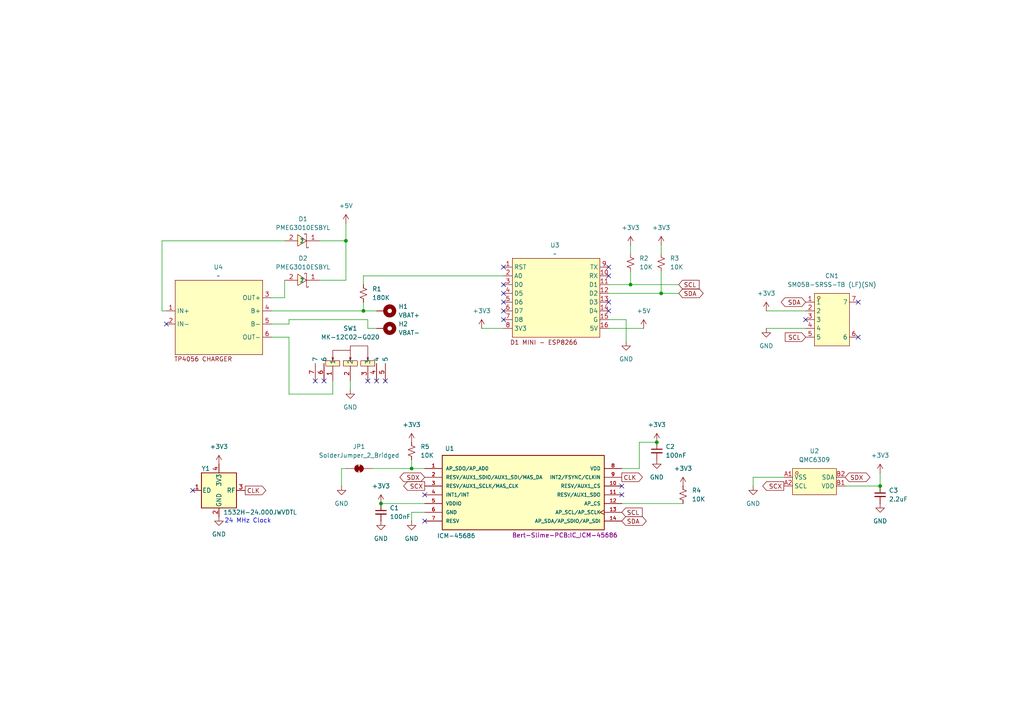
<source format=kicad_sch>
(kicad_sch
	(version 20250114)
	(generator "eeschema")
	(generator_version "9.0")
	(uuid "b8c2d271-0d19-4ca4-9553-08177dde353b")
	(paper "A4")
	(title_block
		(title "Bert's SlimeVR Tracker")
	)
	(lib_symbols
		(symbol "Bert-Slime-PCB:1532H-24.000JWVDTL"
			(pin_names
				(offset 0.254)
			)
			(exclude_from_sim no)
			(in_bom yes)
			(on_board yes)
			(property "Reference" "Y"
				(at -5.08 6.35 0)
				(effects
					(font
						(size 1.27 1.27)
					)
					(justify left)
				)
			)
			(property "Value" "1532H-24.000JWVDTL"
				(at 1.27 -6.35 0)
				(effects
					(font
						(size 1.27 1.27)
					)
					(justify left)
				)
			)
			(property "Footprint" "Crystal:Crystal_SMD_3225-4Pin_3.2x2.5mm"
				(at 17.78 -8.89 0)
				(effects
					(font
						(size 1.27 1.27)
					)
					(hide yes)
				)
			)
			(property "Datasheet" "https://jlcpcb.com/api/file/downloadByFileSystemAccessId/8590892673421160448"
				(at -2.54 0 0)
				(effects
					(font
						(size 1.27 1.27)
					)
					(hide yes)
				)
			)
			(property "Description" "3.3V ±10ppm ±30ppm HCMOS 8MHz SMD3225-4P Crystal Oscillators"
				(at 0 0 0)
				(effects
					(font
						(size 1.27 1.27)
					)
					(hide yes)
				)
			)
			(property "LCSC Part" "C19674145"
				(at 0 0 0)
				(effects
					(font
						(size 1.27 1.27)
					)
					(hide yes)
				)
			)
			(property "ki_keywords" "3.3V CMOS SMD Crystal Clock Oscillator"
				(at 0 0 0)
				(effects
					(font
						(size 1.27 1.27)
					)
					(hide yes)
				)
			)
			(property "ki_fp_filters" "Oscillator*SMD*Abracon*ASE*3.2x2.5mm*"
				(at 0 0 0)
				(effects
					(font
						(size 1.27 1.27)
					)
					(hide yes)
				)
			)
			(symbol "1532H-24.000JWVDTL_0_1"
				(rectangle
					(start -5.08 5.08)
					(end 5.08 -5.08)
					(stroke
						(width 0.254)
						(type default)
					)
					(fill
						(type background)
					)
				)
			)
			(symbol "1532H-24.000JWVDTL_1_1"
				(pin input line
					(at -7.62 0 0)
					(length 2.54)
					(name "ED"
						(effects
							(font
								(size 1.27 1.27)
							)
						)
					)
					(number "1"
						(effects
							(font
								(size 1.27 1.27)
							)
						)
					)
				)
				(pin power_in line
					(at 0 7.62 270)
					(length 2.54)
					(name "3V3"
						(effects
							(font
								(size 1.27 1.27)
							)
						)
					)
					(number "4"
						(effects
							(font
								(size 1.27 1.27)
							)
						)
					)
				)
				(pin power_in line
					(at 0 -7.62 90)
					(length 2.54)
					(name "GND"
						(effects
							(font
								(size 1.27 1.27)
							)
						)
					)
					(number "2"
						(effects
							(font
								(size 1.27 1.27)
							)
						)
					)
				)
				(pin output line
					(at 7.62 0 180)
					(length 2.54)
					(name "RF"
						(effects
							(font
								(size 1.27 1.27)
							)
						)
					)
					(number "3"
						(effects
							(font
								(size 1.27 1.27)
							)
						)
					)
				)
			)
			(embedded_fonts no)
		)
		(symbol "Bert-Slime-PCB:D1_Mini"
			(exclude_from_sim no)
			(in_bom yes)
			(on_board yes)
			(property "Reference" "U"
				(at 0 0 0)
				(effects
					(font
						(size 1.27 1.27)
					)
				)
			)
			(property "Value" ""
				(at 0 0 0)
				(effects
					(font
						(size 1.27 1.27)
					)
				)
			)
			(property "Footprint" "Bert-Slime-PCB:D1-Mini"
				(at 0 0 0)
				(effects
					(font
						(size 1.27 1.27)
					)
					(hide yes)
				)
			)
			(property "Datasheet" "https://a.co/d/iCNgtxJ"
				(at 0 0 0)
				(effects
					(font
						(size 1.27 1.27)
					)
					(hide yes)
				)
			)
			(property "Description" ""
				(at 0 0 0)
				(effects
					(font
						(size 1.27 1.27)
					)
					(hide yes)
				)
			)
			(symbol "D1_Mini_1_1"
				(rectangle
					(start -12.7 12.7)
					(end 12.7 -10.16)
					(stroke
						(width 0)
						(type solid)
					)
					(fill
						(type background)
					)
				)
				(text "D1 MINI - ESP8266"
					(at -3.556 -11.684 0)
					(effects
						(font
							(size 1.27 1.27)
						)
					)
				)
				(pin passive line
					(at -15.24 10.16 0)
					(length 2.54)
					(name "RST"
						(effects
							(font
								(size 1.27 1.27)
							)
						)
					)
					(number "1"
						(effects
							(font
								(size 1.27 1.27)
							)
						)
					)
				)
				(pin passive line
					(at -15.24 7.62 0)
					(length 2.54)
					(name "A0"
						(effects
							(font
								(size 1.27 1.27)
							)
						)
					)
					(number "2"
						(effects
							(font
								(size 1.27 1.27)
							)
						)
					)
				)
				(pin passive line
					(at -15.24 5.08 0)
					(length 2.54)
					(name "D0"
						(effects
							(font
								(size 1.27 1.27)
							)
						)
					)
					(number "3"
						(effects
							(font
								(size 1.27 1.27)
							)
						)
					)
				)
				(pin passive line
					(at -15.24 2.54 0)
					(length 2.54)
					(name "D5"
						(effects
							(font
								(size 1.27 1.27)
							)
						)
					)
					(number "4"
						(effects
							(font
								(size 1.27 1.27)
							)
						)
					)
				)
				(pin passive line
					(at -15.24 0 0)
					(length 2.54)
					(name "D6"
						(effects
							(font
								(size 1.27 1.27)
							)
						)
					)
					(number "5"
						(effects
							(font
								(size 1.27 1.27)
							)
						)
					)
				)
				(pin passive line
					(at -15.24 -2.54 0)
					(length 2.54)
					(name "D7"
						(effects
							(font
								(size 1.27 1.27)
							)
						)
					)
					(number "6"
						(effects
							(font
								(size 1.27 1.27)
							)
						)
					)
				)
				(pin passive line
					(at -15.24 -5.08 0)
					(length 2.54)
					(name "D8"
						(effects
							(font
								(size 1.27 1.27)
							)
						)
					)
					(number "7"
						(effects
							(font
								(size 1.27 1.27)
							)
						)
					)
				)
				(pin passive line
					(at -15.24 -7.62 0)
					(length 2.54)
					(name "3V3"
						(effects
							(font
								(size 1.27 1.27)
							)
						)
					)
					(number "8"
						(effects
							(font
								(size 1.27 1.27)
							)
						)
					)
				)
				(pin passive line
					(at 15.24 10.16 180)
					(length 2.54)
					(name "TX"
						(effects
							(font
								(size 1.27 1.27)
							)
						)
					)
					(number "9"
						(effects
							(font
								(size 1.27 1.27)
							)
						)
					)
				)
				(pin passive line
					(at 15.24 7.62 180)
					(length 2.54)
					(name "RX"
						(effects
							(font
								(size 1.27 1.27)
							)
						)
					)
					(number "10"
						(effects
							(font
								(size 1.27 1.27)
							)
						)
					)
				)
				(pin passive line
					(at 15.24 5.08 180)
					(length 2.54)
					(name "D1"
						(effects
							(font
								(size 1.27 1.27)
							)
						)
					)
					(number "11"
						(effects
							(font
								(size 1.27 1.27)
							)
						)
					)
				)
				(pin passive line
					(at 15.24 2.54 180)
					(length 2.54)
					(name "D2"
						(effects
							(font
								(size 1.27 1.27)
							)
						)
					)
					(number "12"
						(effects
							(font
								(size 1.27 1.27)
							)
						)
					)
				)
				(pin passive line
					(at 15.24 0 180)
					(length 2.54)
					(name "D3"
						(effects
							(font
								(size 1.27 1.27)
							)
						)
					)
					(number "13"
						(effects
							(font
								(size 1.27 1.27)
							)
						)
					)
				)
				(pin passive line
					(at 15.24 -2.54 180)
					(length 2.54)
					(name "D4"
						(effects
							(font
								(size 1.27 1.27)
							)
						)
					)
					(number "14"
						(effects
							(font
								(size 1.27 1.27)
							)
						)
					)
				)
				(pin passive line
					(at 15.24 -5.08 180)
					(length 2.54)
					(name "G"
						(effects
							(font
								(size 1.27 1.27)
							)
						)
					)
					(number "15"
						(effects
							(font
								(size 1.27 1.27)
							)
						)
					)
				)
				(pin passive line
					(at 15.24 -7.62 180)
					(length 2.54)
					(name "5V"
						(effects
							(font
								(size 1.27 1.27)
							)
						)
					)
					(number "16"
						(effects
							(font
								(size 1.27 1.27)
							)
						)
					)
				)
			)
			(embedded_fonts no)
		)
		(symbol "Bert-Slime-PCB:ICM-45686"
			(pin_names
				(offset 1.016)
			)
			(exclude_from_sim no)
			(in_bom yes)
			(on_board yes)
			(property "Reference" "U"
				(at -40.64 41.402 0)
				(effects
					(font
						(size 1.27 1.27)
					)
					(justify left bottom)
				)
			)
			(property "Value" "ICM-45686"
				(at -24.384 -11.176 0)
				(effects
					(font
						(size 1.27 1.27)
					)
					(justify left top)
				)
			)
			(property "Footprint" "Bert-Slime-PCB:IC_ICM-45686"
				(at 1.27 -12.446 0)
				(effects
					(font
						(size 1.27 1.27)
					)
					(justify bottom)
				)
			)
			(property "Datasheet" ""
				(at 0 0 0)
				(effects
					(font
						(size 1.27 1.27)
					)
					(hide yes)
				)
			)
			(property "Description" ""
				(at 0 0 0)
				(effects
					(font
						(size 1.27 1.27)
					)
					(hide yes)
				)
			)
			(property "PARTREV" "0.2"
				(at 0.762 -21.336 0)
				(effects
					(font
						(size 1.27 1.27)
					)
					(justify bottom)
					(hide yes)
				)
			)
			(property "STANDARD" "Manufacturer Recommendations"
				(at 2.032 -17.526 0)
				(effects
					(font
						(size 1.27 1.27)
					)
					(justify bottom)
					(hide yes)
				)
			)
			(property "MAXIMUM_PACKAGE_HEIGHT" "0.86mm"
				(at 0.762 -19.558 0)
				(effects
					(font
						(size 1.27 1.27)
					)
					(justify bottom)
					(hide yes)
				)
			)
			(property "MANUFACTURER" "TDK InvenSense"
				(at 1.27 -15.24 0)
				(effects
					(font
						(size 1.27 1.27)
					)
					(justify bottom)
					(hide yes)
				)
			)
			(property "LCSC Part" "C22459454"
				(at 0 0 0)
				(effects
					(font
						(size 1.27 1.27)
					)
					(hide yes)
				)
			)
			(symbol "ICM-45686_0_0"
				(rectangle
					(start -22.86 11.43)
					(end 24.13 -10.16)
					(stroke
						(width 0.254)
						(type default)
					)
					(fill
						(type background)
					)
				)
				(pin bidirectional line
					(at -27.94 7.62 0)
					(length 5.08)
					(name "AP_SDO/AP_AD0"
						(effects
							(font
								(size 1.016 1.016)
							)
						)
					)
					(number "1"
						(effects
							(font
								(size 1.016 1.016)
							)
						)
					)
				)
				(pin bidirectional line
					(at -27.94 5.08 0)
					(length 5.08)
					(name "RESV/AUX1_SDIO/AUX1_SDI/MAS_DA"
						(effects
							(font
								(size 1.016 1.016)
							)
						)
					)
					(number "2"
						(effects
							(font
								(size 1.016 1.016)
							)
						)
					)
				)
				(pin bidirectional line
					(at -27.94 2.54 0)
					(length 5.08)
					(name "RESV/AUX1_SCLK/MAS_CLK"
						(effects
							(font
								(size 1.016 1.016)
							)
						)
					)
					(number "3"
						(effects
							(font
								(size 1.016 1.016)
							)
						)
					)
				)
				(pin output line
					(at -27.94 0 0)
					(length 5.08)
					(name "INT1/INT"
						(effects
							(font
								(size 1.016 1.016)
							)
						)
					)
					(number "4"
						(effects
							(font
								(size 1.016 1.016)
							)
						)
					)
				)
				(pin power_in line
					(at -27.94 -2.54 0)
					(length 5.08)
					(name "VDDIO"
						(effects
							(font
								(size 1.016 1.016)
							)
						)
					)
					(number "5"
						(effects
							(font
								(size 1.016 1.016)
							)
						)
					)
				)
				(pin power_in line
					(at -27.94 -5.08 0)
					(length 5.08)
					(name "GND"
						(effects
							(font
								(size 1.016 1.016)
							)
						)
					)
					(number "6"
						(effects
							(font
								(size 1.016 1.016)
							)
						)
					)
				)
				(pin passive line
					(at -27.94 -7.62 0)
					(length 5.08)
					(name "RESV"
						(effects
							(font
								(size 1.016 1.016)
							)
						)
					)
					(number "7"
						(effects
							(font
								(size 1.016 1.016)
							)
						)
					)
				)
				(pin power_in line
					(at 29.21 7.62 180)
					(length 5.08)
					(name "VDD"
						(effects
							(font
								(size 1.016 1.016)
							)
						)
					)
					(number "8"
						(effects
							(font
								(size 1.016 1.016)
							)
						)
					)
				)
				(pin bidirectional line
					(at 29.21 5.08 180)
					(length 5.08)
					(name "INT2/FSYNC/CLKIN"
						(effects
							(font
								(size 1.016 1.016)
							)
						)
					)
					(number "9"
						(effects
							(font
								(size 1.016 1.016)
							)
						)
					)
				)
				(pin input line
					(at 29.21 2.54 180)
					(length 5.08)
					(name "RESV/AUX1_CS"
						(effects
							(font
								(size 1.016 1.016)
							)
						)
					)
					(number "10"
						(effects
							(font
								(size 1.016 1.016)
							)
						)
					)
				)
				(pin output line
					(at 29.21 0 180)
					(length 5.08)
					(name "RESV/AUX1_SDO"
						(effects
							(font
								(size 1.016 1.016)
							)
						)
					)
					(number "11"
						(effects
							(font
								(size 1.016 1.016)
							)
						)
					)
				)
				(pin input line
					(at 29.21 -2.54 180)
					(length 5.08)
					(name "AP_CS"
						(effects
							(font
								(size 1.016 1.016)
							)
						)
					)
					(number "12"
						(effects
							(font
								(size 1.016 1.016)
							)
						)
					)
				)
				(pin input clock
					(at 29.21 -5.08 180)
					(length 5.08)
					(name "AP_SCL/AP_SCLK"
						(effects
							(font
								(size 1.016 1.016)
							)
						)
					)
					(number "13"
						(effects
							(font
								(size 1.016 1.016)
							)
						)
					)
				)
				(pin bidirectional line
					(at 29.21 -7.62 180)
					(length 5.08)
					(name "AP_SDA/AP_SDIO/AP_SDI"
						(effects
							(font
								(size 1.016 1.016)
							)
						)
					)
					(number "14"
						(effects
							(font
								(size 1.016 1.016)
							)
						)
					)
				)
			)
			(embedded_fonts no)
		)
		(symbol "Bert-Slime-PCB:MK-12C02-G020"
			(exclude_from_sim no)
			(in_bom yes)
			(on_board yes)
			(property "Reference" "SW"
				(at 0 0 0)
				(effects
					(font
						(size 1.27 1.27)
					)
				)
			)
			(property "Value" "MK-12C02-G020"
				(at 0 -10.16 0)
				(effects
					(font
						(size 1.27 1.27)
					)
				)
			)
			(property "Footprint" "Bert-Slime-PCB:SW-SMD_MK-12C02-G020"
				(at 0 -12.7 0)
				(effects
					(font
						(size 1.27 1.27)
					)
					(hide yes)
				)
			)
			(property "Datasheet" "https://lcsc.com/product-detail/Toggle-Switches_G-Switch-MK-12C02-G020_C963206.html"
				(at 0 -15.24 0)
				(effects
					(font
						(size 1.27 1.27)
					)
					(hide yes)
				)
			)
			(property "Description" ""
				(at 0 0 0)
				(effects
					(font
						(size 1.27 1.27)
					)
					(hide yes)
				)
			)
			(property "LCSC Part" "C963206"
				(at 0 -17.78 0)
				(effects
					(font
						(size 1.27 1.27)
					)
					(hide yes)
				)
			)
			(symbol "MK-12C02-G020_0_1"
				(rectangle
					(start -7.11 0.76)
					(end -3.05 -0.76)
					(stroke
						(width 0)
						(type default)
					)
					(fill
						(type background)
					)
				)
				(polyline
					(pts
						(xy -5.08 0.76) (xy -5.33 1.78)
					)
					(stroke
						(width 0)
						(type default)
					)
					(fill
						(type none)
					)
				)
				(rectangle
					(start -2.03 0.76)
					(end 2.03 -0.76)
					(stroke
						(width 0)
						(type default)
					)
					(fill
						(type background)
					)
				)
				(polyline
					(pts
						(xy 0 3.81) (xy -5.08 3.81) (xy -5.08 0.76) (xy -4.83 1.78)
					)
					(stroke
						(width 0)
						(type default)
					)
					(fill
						(type none)
					)
				)
				(polyline
					(pts
						(xy 0 0.76) (xy -0.25 1.78)
					)
					(stroke
						(width 0)
						(type default)
					)
					(fill
						(type none)
					)
				)
				(rectangle
					(start 3.05 0.76)
					(end 7.11 -0.76)
					(stroke
						(width 0)
						(type default)
					)
					(fill
						(type background)
					)
				)
				(polyline
					(pts
						(xy 5.08 0.76) (xy 4.83 1.78)
					)
					(stroke
						(width 0)
						(type default)
					)
					(fill
						(type none)
					)
				)
				(polyline
					(pts
						(xy 5.08 0.76) (xy 5.33 1.78)
					)
					(stroke
						(width 0)
						(type default)
					)
					(fill
						(type none)
					)
				)
				(polyline
					(pts
						(xy 5.08 0.76) (xy 5.08 5.08) (xy 0 5.08) (xy 0 0.76) (xy 0.25 1.78)
					)
					(stroke
						(width 0)
						(type default)
					)
					(fill
						(type none)
					)
				)
				(pin unspecified line
					(at -10.16 -5.08 90)
					(length 5.08)
					(name "7"
						(effects
							(font
								(size 1.27 1.27)
							)
						)
					)
					(number "7"
						(effects
							(font
								(size 1.27 1.27)
							)
						)
					)
				)
				(pin unspecified line
					(at -7.62 -5.08 90)
					(length 5.08)
					(name "6"
						(effects
							(font
								(size 1.27 1.27)
							)
						)
					)
					(number "6"
						(effects
							(font
								(size 1.27 1.27)
							)
						)
					)
				)
				(pin unspecified line
					(at -5.08 -5.08 90)
					(length 4.318)
					(name "1"
						(effects
							(font
								(size 1.27 1.27)
							)
						)
					)
					(number "1"
						(effects
							(font
								(size 1.27 1.27)
							)
						)
					)
				)
				(pin unspecified line
					(at 0 -5.08 90)
					(length 4.318)
					(name "2"
						(effects
							(font
								(size 1.27 1.27)
							)
						)
					)
					(number "2"
						(effects
							(font
								(size 1.27 1.27)
							)
						)
					)
				)
				(pin unspecified line
					(at 5.08 -5.08 90)
					(length 4.318)
					(name "3"
						(effects
							(font
								(size 1.27 1.27)
							)
						)
					)
					(number "3"
						(effects
							(font
								(size 1.27 1.27)
							)
						)
					)
				)
				(pin unspecified line
					(at 7.62 -5.08 90)
					(length 5.08)
					(name "4"
						(effects
							(font
								(size 1.27 1.27)
							)
						)
					)
					(number "4"
						(effects
							(font
								(size 1.27 1.27)
							)
						)
					)
				)
				(pin unspecified line
					(at 10.16 -5.08 90)
					(length 5.08)
					(name "5"
						(effects
							(font
								(size 1.27 1.27)
							)
						)
					)
					(number "5"
						(effects
							(font
								(size 1.27 1.27)
							)
						)
					)
				)
			)
			(embedded_fonts no)
		)
		(symbol "Bert-Slime-PCB:PMEG3010ESBYL"
			(exclude_from_sim no)
			(in_bom yes)
			(on_board yes)
			(property "Reference" "D"
				(at 0 5.08 0)
				(effects
					(font
						(size 1.27 1.27)
					)
				)
			)
			(property "Value" "PMEG3010ESBYL"
				(at 0 -5.08 0)
				(effects
					(font
						(size 1.27 1.27)
					)
				)
			)
			(property "Footprint" "Bert-Slime-PCB:SOD993_L1.0-W0.6-LS1.0-RD"
				(at 0 -7.62 0)
				(effects
					(font
						(size 1.27 1.27)
					)
					(hide yes)
				)
			)
			(property "Datasheet" "https://lcsc.com/product-detail/Schottky-Barrier-Diodes-SBD_Nexperia-PMEG3010ESBYL_C458181.html"
				(at 0 -10.16 0)
				(effects
					(font
						(size 1.27 1.27)
					)
					(hide yes)
				)
			)
			(property "Description" ""
				(at 0 0 0)
				(effects
					(font
						(size 1.27 1.27)
					)
					(hide yes)
				)
			)
			(property "LCSC Part" "C458181"
				(at 0 -12.7 0)
				(effects
					(font
						(size 1.27 1.27)
					)
					(hide yes)
				)
			)
			(symbol "PMEG3010ESBYL_0_1"
				(polyline
					(pts
						(xy -1.27 0) (xy -1.27 2.03) (xy -1.78 2.03) (xy -1.78 1.78)
					)
					(stroke
						(width 0)
						(type default)
					)
					(fill
						(type none)
					)
				)
				(polyline
					(pts
						(xy -1.27 0) (xy -1.27 -2.03) (xy -0.76 -2.03) (xy -0.76 -1.78)
					)
					(stroke
						(width 0)
						(type default)
					)
					(fill
						(type none)
					)
				)
				(polyline
					(pts
						(xy 1.27 1.52) (xy -1.27 0) (xy 1.27 -1.78) (xy 1.27 1.52)
					)
					(stroke
						(width 0)
						(type default)
					)
					(fill
						(type background)
					)
				)
				(pin unspecified line
					(at -5.08 0 0)
					(length 3.81)
					(name "1"
						(effects
							(font
								(size 1.27 1.27)
							)
						)
					)
					(number "1"
						(effects
							(font
								(size 1.27 1.27)
							)
						)
					)
				)
				(pin unspecified line
					(at 5.08 0 180)
					(length 3.81)
					(name "2"
						(effects
							(font
								(size 1.27 1.27)
							)
						)
					)
					(number "2"
						(effects
							(font
								(size 1.27 1.27)
							)
						)
					)
				)
			)
			(embedded_fonts no)
		)
		(symbol "Bert-Slime-PCB:QMC6309"
			(exclude_from_sim no)
			(in_bom yes)
			(on_board yes)
			(property "Reference" "U"
				(at 0 6.35 0)
				(effects
					(font
						(size 1.27 1.27)
					)
				)
			)
			(property "Value" "QMC6309"
				(at 0 -6.35 0)
				(effects
					(font
						(size 1.27 1.27)
					)
				)
			)
			(property "Footprint" "Bert-Slime-PCB:X1-WLB0808-4_L0.8-W0.8-P0.40-TL"
				(at 0 -8.89 0)
				(effects
					(font
						(size 1.27 1.27)
					)
					(hide yes)
				)
			)
			(property "Datasheet" ""
				(at 0 0 0)
				(effects
					(font
						(size 1.27 1.27)
					)
					(hide yes)
				)
			)
			(property "Description" ""
				(at 0 0 0)
				(effects
					(font
						(size 1.27 1.27)
					)
					(hide yes)
				)
			)
			(property "LCSC Part" "C5439871"
				(at 0 -11.43 0)
				(effects
					(font
						(size 1.27 1.27)
					)
					(hide yes)
				)
			)
			(symbol "QMC6309_0_1"
				(rectangle
					(start -6.35 3.81)
					(end 6.35 -3.81)
					(stroke
						(width 0)
						(type default)
					)
					(fill
						(type background)
					)
				)
				(circle
					(center -5.08 2.54)
					(radius 0.38)
					(stroke
						(width 0)
						(type default)
					)
					(fill
						(type none)
					)
				)
				(pin unspecified line
					(at -8.89 1.27 0)
					(length 2.54)
					(name "VSS"
						(effects
							(font
								(size 1.27 1.27)
							)
						)
					)
					(number "A1"
						(effects
							(font
								(size 1.27 1.27)
							)
						)
					)
				)
				(pin unspecified line
					(at -8.89 -1.27 0)
					(length 2.54)
					(name "SCL"
						(effects
							(font
								(size 1.27 1.27)
							)
						)
					)
					(number "A2"
						(effects
							(font
								(size 1.27 1.27)
							)
						)
					)
				)
				(pin unspecified line
					(at 8.89 1.27 180)
					(length 2.54)
					(name "SDA"
						(effects
							(font
								(size 1.27 1.27)
							)
						)
					)
					(number "B2"
						(effects
							(font
								(size 1.27 1.27)
							)
						)
					)
				)
				(pin unspecified line
					(at 8.89 -1.27 180)
					(length 2.54)
					(name "VDD"
						(effects
							(font
								(size 1.27 1.27)
							)
						)
					)
					(number "B1"
						(effects
							(font
								(size 1.27 1.27)
							)
						)
					)
				)
			)
			(embedded_fonts no)
		)
		(symbol "Bert-Slime-PCB:SM05B-SRSS-TB(LF)(SN)"
			(exclude_from_sim no)
			(in_bom yes)
			(on_board yes)
			(property "Reference" "CN"
				(at 0 10.16 0)
				(effects
					(font
						(size 1.27 1.27)
					)
				)
			)
			(property "Value" "SM05B-SRSS-TB (LF)(SN)"
				(at 0 -10.16 0)
				(effects
					(font
						(size 1.27 1.27)
					)
				)
			)
			(property "Footprint" "Bert-Slime-PCB:CONN-SMD_SM05B-SRSS-TB-LF-SN"
				(at 0 -12.7 0)
				(effects
					(font
						(size 1.27 1.27)
					)
					(hide yes)
				)
			)
			(property "Datasheet" "https://lcsc.com/product-detail/Connectors_JST_SM05B-SRSS-TB-LF-SN_SM05B-SRSS-TB-LF-SN_C136657.html"
				(at 0 -15.24 0)
				(effects
					(font
						(size 1.27 1.27)
					)
					(hide yes)
				)
			)
			(property "Description" ""
				(at 0 0 0)
				(effects
					(font
						(size 1.27 1.27)
					)
					(hide yes)
				)
			)
			(property "LCSC Part" "C136657"
				(at 0 -17.78 0)
				(effects
					(font
						(size 1.27 1.27)
					)
					(hide yes)
				)
			)
			(symbol "SM05B-SRSS-TB(LF)(SN)_0_1"
				(rectangle
					(start -5.08 7.62)
					(end 5.08 -7.62)
					(stroke
						(width 0)
						(type default)
					)
					(fill
						(type background)
					)
				)
				(circle
					(center -3.81 6.35)
					(radius 0.38)
					(stroke
						(width 0)
						(type default)
					)
					(fill
						(type none)
					)
				)
				(pin unspecified line
					(at -7.62 5.08 0)
					(length 2.54)
					(name "1"
						(effects
							(font
								(size 1.27 1.27)
							)
						)
					)
					(number "1"
						(effects
							(font
								(size 1.27 1.27)
							)
						)
					)
				)
				(pin unspecified line
					(at -7.62 2.54 0)
					(length 2.54)
					(name "2"
						(effects
							(font
								(size 1.27 1.27)
							)
						)
					)
					(number "2"
						(effects
							(font
								(size 1.27 1.27)
							)
						)
					)
				)
				(pin unspecified line
					(at -7.62 0 0)
					(length 2.54)
					(name "3"
						(effects
							(font
								(size 1.27 1.27)
							)
						)
					)
					(number "3"
						(effects
							(font
								(size 1.27 1.27)
							)
						)
					)
				)
				(pin unspecified line
					(at -7.62 -2.54 0)
					(length 2.54)
					(name "4"
						(effects
							(font
								(size 1.27 1.27)
							)
						)
					)
					(number "4"
						(effects
							(font
								(size 1.27 1.27)
							)
						)
					)
				)
				(pin unspecified line
					(at -7.62 -5.08 0)
					(length 2.54)
					(name "5"
						(effects
							(font
								(size 1.27 1.27)
							)
						)
					)
					(number "5"
						(effects
							(font
								(size 1.27 1.27)
							)
						)
					)
				)
				(pin unspecified line
					(at 7.62 5.08 180)
					(length 2.54)
					(name "7"
						(effects
							(font
								(size 1.27 1.27)
							)
						)
					)
					(number "7"
						(effects
							(font
								(size 1.27 1.27)
							)
						)
					)
				)
				(pin unspecified line
					(at 7.62 -5.08 180)
					(length 2.54)
					(name "6"
						(effects
							(font
								(size 1.27 1.27)
							)
						)
					)
					(number "6"
						(effects
							(font
								(size 1.27 1.27)
							)
						)
					)
				)
			)
			(embedded_fonts no)
		)
		(symbol "Bert-Slime-PCB:TP4056-USBC-Module"
			(exclude_from_sim no)
			(in_bom yes)
			(on_board yes)
			(property "Reference" "U"
				(at 0 0 0)
				(effects
					(font
						(size 1.27 1.27)
					)
				)
			)
			(property "Value" ""
				(at 0 -2.54 0)
				(effects
					(font
						(size 1.27 1.27)
					)
				)
			)
			(property "Footprint" "Bert-Slime-PCB:TP4056-USBC-MODULE"
				(at 0 -2.54 0)
				(effects
					(font
						(size 1.27 1.27)
					)
					(hide yes)
				)
			)
			(property "Datasheet" ""
				(at 0 -2.54 0)
				(effects
					(font
						(size 1.27 1.27)
					)
					(hide yes)
				)
			)
			(property "Description" ""
				(at 0 0 0)
				(effects
					(font
						(size 1.27 1.27)
					)
					(hide yes)
				)
			)
			(symbol "TP4056-USBC-Module_1_1"
				(rectangle
					(start -12.7 10.16)
					(end 12.7 -11.43)
					(stroke
						(width 0)
						(type default)
					)
					(fill
						(type background)
					)
				)
				(text "TP4056 CHARGER"
					(at -4.572 -12.7 0)
					(effects
						(font
							(size 1.27 1.27)
						)
					)
				)
				(pin passive line
					(at -15.24 1.27 0)
					(length 2.54)
					(name "IN+"
						(effects
							(font
								(size 1.27 1.27)
							)
						)
					)
					(number "1"
						(effects
							(font
								(size 1.27 1.27)
							)
						)
					)
				)
				(pin passive line
					(at -15.24 -2.54 0)
					(length 2.54)
					(name "IN-"
						(effects
							(font
								(size 1.27 1.27)
							)
						)
					)
					(number "2"
						(effects
							(font
								(size 1.27 1.27)
							)
						)
					)
				)
				(pin passive line
					(at 15.24 5.08 180)
					(length 2.54)
					(name "OUT+"
						(effects
							(font
								(size 1.27 1.27)
							)
						)
					)
					(number "3"
						(effects
							(font
								(size 1.27 1.27)
							)
						)
					)
				)
				(pin passive line
					(at 15.24 1.27 180)
					(length 2.54)
					(name "B+"
						(effects
							(font
								(size 1.27 1.27)
							)
						)
					)
					(number "4"
						(effects
							(font
								(size 1.27 1.27)
							)
						)
					)
				)
				(pin passive line
					(at 15.24 -2.54 180)
					(length 2.54)
					(name "B-"
						(effects
							(font
								(size 1.27 1.27)
							)
						)
					)
					(number "5"
						(effects
							(font
								(size 1.27 1.27)
							)
						)
					)
				)
				(pin passive line
					(at 15.24 -6.35 180)
					(length 2.54)
					(name "OUT-"
						(effects
							(font
								(size 1.27 1.27)
							)
						)
					)
					(number "6"
						(effects
							(font
								(size 1.27 1.27)
							)
						)
					)
				)
			)
			(embedded_fonts no)
		)
		(symbol "Device:C_Small"
			(pin_numbers
				(hide yes)
			)
			(pin_names
				(offset 0.254)
				(hide yes)
			)
			(exclude_from_sim no)
			(in_bom yes)
			(on_board yes)
			(property "Reference" "C"
				(at 0.254 1.778 0)
				(effects
					(font
						(size 1.27 1.27)
					)
					(justify left)
				)
			)
			(property "Value" "C_Small"
				(at 0.254 -2.032 0)
				(effects
					(font
						(size 1.27 1.27)
					)
					(justify left)
				)
			)
			(property "Footprint" ""
				(at 0 0 0)
				(effects
					(font
						(size 1.27 1.27)
					)
					(hide yes)
				)
			)
			(property "Datasheet" "~"
				(at 0 0 0)
				(effects
					(font
						(size 1.27 1.27)
					)
					(hide yes)
				)
			)
			(property "Description" "Unpolarized capacitor, small symbol"
				(at 0 0 0)
				(effects
					(font
						(size 1.27 1.27)
					)
					(hide yes)
				)
			)
			(property "ki_keywords" "capacitor cap"
				(at 0 0 0)
				(effects
					(font
						(size 1.27 1.27)
					)
					(hide yes)
				)
			)
			(property "ki_fp_filters" "C_*"
				(at 0 0 0)
				(effects
					(font
						(size 1.27 1.27)
					)
					(hide yes)
				)
			)
			(symbol "C_Small_0_1"
				(polyline
					(pts
						(xy -1.524 0.508) (xy 1.524 0.508)
					)
					(stroke
						(width 0.3048)
						(type default)
					)
					(fill
						(type none)
					)
				)
				(polyline
					(pts
						(xy -1.524 -0.508) (xy 1.524 -0.508)
					)
					(stroke
						(width 0.3302)
						(type default)
					)
					(fill
						(type none)
					)
				)
			)
			(symbol "C_Small_1_1"
				(pin passive line
					(at 0 2.54 270)
					(length 2.032)
					(name "~"
						(effects
							(font
								(size 1.27 1.27)
							)
						)
					)
					(number "1"
						(effects
							(font
								(size 1.27 1.27)
							)
						)
					)
				)
				(pin passive line
					(at 0 -2.54 90)
					(length 2.032)
					(name "~"
						(effects
							(font
								(size 1.27 1.27)
							)
						)
					)
					(number "2"
						(effects
							(font
								(size 1.27 1.27)
							)
						)
					)
				)
			)
			(embedded_fonts no)
		)
		(symbol "Device:R_Small_US"
			(pin_numbers
				(hide yes)
			)
			(pin_names
				(offset 0.254)
				(hide yes)
			)
			(exclude_from_sim no)
			(in_bom yes)
			(on_board yes)
			(property "Reference" "R"
				(at 0.762 0.508 0)
				(effects
					(font
						(size 1.27 1.27)
					)
					(justify left)
				)
			)
			(property "Value" "R_Small_US"
				(at 0.762 -1.016 0)
				(effects
					(font
						(size 1.27 1.27)
					)
					(justify left)
				)
			)
			(property "Footprint" ""
				(at 0 0 0)
				(effects
					(font
						(size 1.27 1.27)
					)
					(hide yes)
				)
			)
			(property "Datasheet" "~"
				(at 0 0 0)
				(effects
					(font
						(size 1.27 1.27)
					)
					(hide yes)
				)
			)
			(property "Description" "Resistor, small US symbol"
				(at 0 0 0)
				(effects
					(font
						(size 1.27 1.27)
					)
					(hide yes)
				)
			)
			(property "ki_keywords" "r resistor"
				(at 0 0 0)
				(effects
					(font
						(size 1.27 1.27)
					)
					(hide yes)
				)
			)
			(property "ki_fp_filters" "R_*"
				(at 0 0 0)
				(effects
					(font
						(size 1.27 1.27)
					)
					(hide yes)
				)
			)
			(symbol "R_Small_US_1_1"
				(polyline
					(pts
						(xy 0 1.524) (xy 1.016 1.143) (xy 0 0.762) (xy -1.016 0.381) (xy 0 0)
					)
					(stroke
						(width 0)
						(type default)
					)
					(fill
						(type none)
					)
				)
				(polyline
					(pts
						(xy 0 0) (xy 1.016 -0.381) (xy 0 -0.762) (xy -1.016 -1.143) (xy 0 -1.524)
					)
					(stroke
						(width 0)
						(type default)
					)
					(fill
						(type none)
					)
				)
				(pin passive line
					(at 0 2.54 270)
					(length 1.016)
					(name "~"
						(effects
							(font
								(size 1.27 1.27)
							)
						)
					)
					(number "1"
						(effects
							(font
								(size 1.27 1.27)
							)
						)
					)
				)
				(pin passive line
					(at 0 -2.54 90)
					(length 1.016)
					(name "~"
						(effects
							(font
								(size 1.27 1.27)
							)
						)
					)
					(number "2"
						(effects
							(font
								(size 1.27 1.27)
							)
						)
					)
				)
			)
			(embedded_fonts no)
		)
		(symbol "Jumper:SolderJumper_2_Bridged"
			(pin_numbers
				(hide yes)
			)
			(pin_names
				(offset 0)
				(hide yes)
			)
			(exclude_from_sim no)
			(in_bom no)
			(on_board yes)
			(property "Reference" "JP"
				(at 0 2.032 0)
				(effects
					(font
						(size 1.27 1.27)
					)
				)
			)
			(property "Value" "SolderJumper_2_Bridged"
				(at 0 -2.54 0)
				(effects
					(font
						(size 1.27 1.27)
					)
				)
			)
			(property "Footprint" ""
				(at 0 0 0)
				(effects
					(font
						(size 1.27 1.27)
					)
					(hide yes)
				)
			)
			(property "Datasheet" "~"
				(at 0 0 0)
				(effects
					(font
						(size 1.27 1.27)
					)
					(hide yes)
				)
			)
			(property "Description" "Solder Jumper, 2-pole, closed/bridged"
				(at 0 0 0)
				(effects
					(font
						(size 1.27 1.27)
					)
					(hide yes)
				)
			)
			(property "ki_keywords" "solder jumper SPST"
				(at 0 0 0)
				(effects
					(font
						(size 1.27 1.27)
					)
					(hide yes)
				)
			)
			(property "ki_fp_filters" "SolderJumper*Bridged*"
				(at 0 0 0)
				(effects
					(font
						(size 1.27 1.27)
					)
					(hide yes)
				)
			)
			(symbol "SolderJumper_2_Bridged_0_1"
				(rectangle
					(start -0.508 0.508)
					(end 0.508 -0.508)
					(stroke
						(width 0)
						(type default)
					)
					(fill
						(type outline)
					)
				)
				(polyline
					(pts
						(xy -0.254 1.016) (xy -0.254 -1.016)
					)
					(stroke
						(width 0)
						(type default)
					)
					(fill
						(type none)
					)
				)
				(arc
					(start -0.254 -1.016)
					(mid -1.2656 0)
					(end -0.254 1.016)
					(stroke
						(width 0)
						(type default)
					)
					(fill
						(type none)
					)
				)
				(arc
					(start -0.254 -1.016)
					(mid -1.2656 0)
					(end -0.254 1.016)
					(stroke
						(width 0)
						(type default)
					)
					(fill
						(type outline)
					)
				)
				(arc
					(start 0.254 1.016)
					(mid 1.2656 0)
					(end 0.254 -1.016)
					(stroke
						(width 0)
						(type default)
					)
					(fill
						(type none)
					)
				)
				(arc
					(start 0.254 1.016)
					(mid 1.2656 0)
					(end 0.254 -1.016)
					(stroke
						(width 0)
						(type default)
					)
					(fill
						(type outline)
					)
				)
				(polyline
					(pts
						(xy 0.254 1.016) (xy 0.254 -1.016)
					)
					(stroke
						(width 0)
						(type default)
					)
					(fill
						(type none)
					)
				)
			)
			(symbol "SolderJumper_2_Bridged_1_1"
				(pin passive line
					(at -3.81 0 0)
					(length 2.54)
					(name "A"
						(effects
							(font
								(size 1.27 1.27)
							)
						)
					)
					(number "1"
						(effects
							(font
								(size 1.27 1.27)
							)
						)
					)
				)
				(pin passive line
					(at 3.81 0 180)
					(length 2.54)
					(name "B"
						(effects
							(font
								(size 1.27 1.27)
							)
						)
					)
					(number "2"
						(effects
							(font
								(size 1.27 1.27)
							)
						)
					)
				)
			)
			(embedded_fonts no)
		)
		(symbol "Personal_Library:Custom_Pad"
			(pin_numbers
				(hide yes)
			)
			(pin_names
				(offset 1.016)
				(hide yes)
			)
			(exclude_from_sim no)
			(in_bom no)
			(on_board yes)
			(property "Reference" "H"
				(at 0 6.35 0)
				(effects
					(font
						(size 1.27 1.27)
					)
				)
			)
			(property "Value" "Custom_Pad"
				(at 0 4.445 0)
				(effects
					(font
						(size 1.27 1.27)
					)
				)
			)
			(property "Footprint" "TestPoint:TestPoint_Pad_2.0x2.0mm"
				(at 0 0 0)
				(effects
					(font
						(size 1.27 1.27)
					)
					(hide yes)
				)
			)
			(property "Datasheet" "~"
				(at 0 0 0)
				(effects
					(font
						(size 1.27 1.27)
					)
					(hide yes)
				)
			)
			(property "Description" "Mounting Hole with connection"
				(at 0 0 0)
				(effects
					(font
						(size 1.27 1.27)
					)
					(hide yes)
				)
			)
			(property "ki_keywords" "mounting hole"
				(at 0 0 0)
				(effects
					(font
						(size 1.27 1.27)
					)
					(hide yes)
				)
			)
			(property "ki_fp_filters" "MountingHole*Pad*"
				(at 0 0 0)
				(effects
					(font
						(size 1.27 1.27)
					)
					(hide yes)
				)
			)
			(symbol "Custom_Pad_0_1"
				(circle
					(center 0 1.27)
					(radius 1.27)
					(stroke
						(width 1.27)
						(type default)
					)
					(fill
						(type none)
					)
				)
			)
			(symbol "Custom_Pad_1_1"
				(pin input line
					(at 0 -2.54 90)
					(length 2.54)
					(name "1"
						(effects
							(font
								(size 1.27 1.27)
							)
						)
					)
					(number "1"
						(effects
							(font
								(size 1.27 1.27)
							)
						)
					)
				)
			)
			(embedded_fonts no)
		)
		(symbol "power:+3V3"
			(power)
			(pin_numbers
				(hide yes)
			)
			(pin_names
				(offset 0)
				(hide yes)
			)
			(exclude_from_sim no)
			(in_bom yes)
			(on_board yes)
			(property "Reference" "#PWR"
				(at 0 -3.81 0)
				(effects
					(font
						(size 1.27 1.27)
					)
					(hide yes)
				)
			)
			(property "Value" "+3V3"
				(at 0 3.556 0)
				(effects
					(font
						(size 1.27 1.27)
					)
				)
			)
			(property "Footprint" ""
				(at 0 0 0)
				(effects
					(font
						(size 1.27 1.27)
					)
					(hide yes)
				)
			)
			(property "Datasheet" ""
				(at 0 0 0)
				(effects
					(font
						(size 1.27 1.27)
					)
					(hide yes)
				)
			)
			(property "Description" "Power symbol creates a global label with name \"+3V3\""
				(at 0 0 0)
				(effects
					(font
						(size 1.27 1.27)
					)
					(hide yes)
				)
			)
			(property "ki_keywords" "global power"
				(at 0 0 0)
				(effects
					(font
						(size 1.27 1.27)
					)
					(hide yes)
				)
			)
			(symbol "+3V3_0_1"
				(polyline
					(pts
						(xy -0.762 1.27) (xy 0 2.54)
					)
					(stroke
						(width 0)
						(type default)
					)
					(fill
						(type none)
					)
				)
				(polyline
					(pts
						(xy 0 2.54) (xy 0.762 1.27)
					)
					(stroke
						(width 0)
						(type default)
					)
					(fill
						(type none)
					)
				)
				(polyline
					(pts
						(xy 0 0) (xy 0 2.54)
					)
					(stroke
						(width 0)
						(type default)
					)
					(fill
						(type none)
					)
				)
			)
			(symbol "+3V3_1_1"
				(pin power_in line
					(at 0 0 90)
					(length 0)
					(name "~"
						(effects
							(font
								(size 1.27 1.27)
							)
						)
					)
					(number "1"
						(effects
							(font
								(size 1.27 1.27)
							)
						)
					)
				)
			)
			(embedded_fonts no)
		)
		(symbol "power:+5V"
			(power)
			(pin_numbers
				(hide yes)
			)
			(pin_names
				(offset 0)
				(hide yes)
			)
			(exclude_from_sim no)
			(in_bom yes)
			(on_board yes)
			(property "Reference" "#PWR"
				(at 0 -3.81 0)
				(effects
					(font
						(size 1.27 1.27)
					)
					(hide yes)
				)
			)
			(property "Value" "+5V"
				(at 0 3.556 0)
				(effects
					(font
						(size 1.27 1.27)
					)
				)
			)
			(property "Footprint" ""
				(at 0 0 0)
				(effects
					(font
						(size 1.27 1.27)
					)
					(hide yes)
				)
			)
			(property "Datasheet" ""
				(at 0 0 0)
				(effects
					(font
						(size 1.27 1.27)
					)
					(hide yes)
				)
			)
			(property "Description" "Power symbol creates a global label with name \"+5V\""
				(at 0 0 0)
				(effects
					(font
						(size 1.27 1.27)
					)
					(hide yes)
				)
			)
			(property "ki_keywords" "global power"
				(at 0 0 0)
				(effects
					(font
						(size 1.27 1.27)
					)
					(hide yes)
				)
			)
			(symbol "+5V_0_1"
				(polyline
					(pts
						(xy -0.762 1.27) (xy 0 2.54)
					)
					(stroke
						(width 0)
						(type default)
					)
					(fill
						(type none)
					)
				)
				(polyline
					(pts
						(xy 0 2.54) (xy 0.762 1.27)
					)
					(stroke
						(width 0)
						(type default)
					)
					(fill
						(type none)
					)
				)
				(polyline
					(pts
						(xy 0 0) (xy 0 2.54)
					)
					(stroke
						(width 0)
						(type default)
					)
					(fill
						(type none)
					)
				)
			)
			(symbol "+5V_1_1"
				(pin power_in line
					(at 0 0 90)
					(length 0)
					(name "~"
						(effects
							(font
								(size 1.27 1.27)
							)
						)
					)
					(number "1"
						(effects
							(font
								(size 1.27 1.27)
							)
						)
					)
				)
			)
			(embedded_fonts no)
		)
		(symbol "power:GND"
			(power)
			(pin_numbers
				(hide yes)
			)
			(pin_names
				(offset 0)
				(hide yes)
			)
			(exclude_from_sim no)
			(in_bom yes)
			(on_board yes)
			(property "Reference" "#PWR"
				(at 0 -6.35 0)
				(effects
					(font
						(size 1.27 1.27)
					)
					(hide yes)
				)
			)
			(property "Value" "GND"
				(at 0 -3.81 0)
				(effects
					(font
						(size 1.27 1.27)
					)
				)
			)
			(property "Footprint" ""
				(at 0 0 0)
				(effects
					(font
						(size 1.27 1.27)
					)
					(hide yes)
				)
			)
			(property "Datasheet" ""
				(at 0 0 0)
				(effects
					(font
						(size 1.27 1.27)
					)
					(hide yes)
				)
			)
			(property "Description" "Power symbol creates a global label with name \"GND\" , ground"
				(at 0 0 0)
				(effects
					(font
						(size 1.27 1.27)
					)
					(hide yes)
				)
			)
			(property "ki_keywords" "global power"
				(at 0 0 0)
				(effects
					(font
						(size 1.27 1.27)
					)
					(hide yes)
				)
			)
			(symbol "GND_0_1"
				(polyline
					(pts
						(xy 0 0) (xy 0 -1.27) (xy 1.27 -1.27) (xy 0 -2.54) (xy -1.27 -1.27) (xy 0 -1.27)
					)
					(stroke
						(width 0)
						(type default)
					)
					(fill
						(type none)
					)
				)
			)
			(symbol "GND_1_1"
				(pin power_in line
					(at 0 0 270)
					(length 0)
					(name "~"
						(effects
							(font
								(size 1.27 1.27)
							)
						)
					)
					(number "1"
						(effects
							(font
								(size 1.27 1.27)
							)
						)
					)
				)
			)
			(embedded_fonts no)
		)
	)
	(text "24 MHz Clock"
		(exclude_from_sim no)
		(at 71.882 151.13 0)
		(effects
			(font
				(size 1.27 1.27)
			)
		)
		(uuid "89db6cae-0e1a-488a-a1e7-578bb2722ec9")
	)
	(junction
		(at 255.27 140.97)
		(diameter 0)
		(color 0 0 0 0)
		(uuid "2d49611d-08e0-453d-868e-d8b248d5570b")
	)
	(junction
		(at 100.33 69.85)
		(diameter 0)
		(color 0 0 0 0)
		(uuid "583b00b8-b750-44cb-bce4-3598d2b5061e")
	)
	(junction
		(at 119.38 135.89)
		(diameter 0)
		(color 0 0 0 0)
		(uuid "6115b46f-a9ad-4c8f-b659-14c2927797be")
	)
	(junction
		(at 105.41 90.17)
		(diameter 0)
		(color 0 0 0 0)
		(uuid "77fb1e9c-b02a-4734-b812-7518261438af")
	)
	(junction
		(at 190.5 128.27)
		(diameter 0)
		(color 0 0 0 0)
		(uuid "88d8f400-6091-4d3b-9d91-8f32898abda6")
	)
	(junction
		(at 191.77 85.09)
		(diameter 0)
		(color 0 0 0 0)
		(uuid "8ef7e0ce-1908-4c07-81d6-1ed236c01ab1")
	)
	(junction
		(at 182.88 82.55)
		(diameter 0)
		(color 0 0 0 0)
		(uuid "9f63d616-9438-4564-904d-73eda10a9cef")
	)
	(junction
		(at 110.49 146.05)
		(diameter 0)
		(color 0 0 0 0)
		(uuid "e466d4da-1385-4f23-b0fc-8290973a756c")
	)
	(no_connect
		(at 146.05 82.55)
		(uuid "05a5d267-4fdc-4d23-b958-759ed3006cf1")
	)
	(no_connect
		(at 176.53 90.17)
		(uuid "0a98837f-4bb4-42b9-9247-e8b84a72385c")
	)
	(no_connect
		(at 123.19 143.51)
		(uuid "0a9b1570-c5fb-46ea-b6fd-2f61f0fb143b")
	)
	(no_connect
		(at 176.53 77.47)
		(uuid "0e141f56-808a-4954-8294-ef0ffbc3d9f2")
	)
	(no_connect
		(at 176.53 87.63)
		(uuid "1ffef84a-0a59-4fe9-9281-677a73e3ae7f")
	)
	(no_connect
		(at 93.98 110.49)
		(uuid "343e7248-803a-4a04-a81f-b44e3fabeea0")
	)
	(no_connect
		(at 146.05 85.09)
		(uuid "37631249-c200-4d5c-a046-3b52580eb60e")
	)
	(no_connect
		(at 180.34 140.97)
		(uuid "38ce531a-9819-4afc-84e3-81922830c3a6")
	)
	(no_connect
		(at 146.05 90.17)
		(uuid "460194aa-d8f7-4227-a531-ee97428ca274")
	)
	(no_connect
		(at 180.34 143.51)
		(uuid "55cb38cd-c9c4-4392-9b4f-00465f19f7e9")
	)
	(no_connect
		(at 146.05 92.71)
		(uuid "5b716ea4-30fe-4531-87c1-be15cd2bbba0")
	)
	(no_connect
		(at 91.44 110.49)
		(uuid "5d3fe088-67d4-427f-ba31-18a2f0084823")
	)
	(no_connect
		(at 146.05 87.63)
		(uuid "8501e0f3-a782-46af-8273-0706b88e37bc")
	)
	(no_connect
		(at 248.92 87.63)
		(uuid "96aea29c-ca30-4a07-a4f2-3eff12b7bff0")
	)
	(no_connect
		(at 109.22 110.49)
		(uuid "ad0675fe-4754-42fa-a7f1-7ee924e1af1b")
	)
	(no_connect
		(at 106.68 110.49)
		(uuid "b3d29fb7-4d59-4343-b5ac-c96bdc7cd7e2")
	)
	(no_connect
		(at 48.26 93.98)
		(uuid "c569654d-0bbf-49df-9d2c-9fc92be87e8c")
	)
	(no_connect
		(at 176.53 80.01)
		(uuid "cfa54416-2147-4235-94a5-1a5b87ae6740")
	)
	(no_connect
		(at 233.68 92.71)
		(uuid "d03ec423-d4a6-40d5-ad84-c71be9e37fa3")
	)
	(no_connect
		(at 111.76 110.49)
		(uuid "dea07f68-565c-46b8-8e3d-3f490f476422")
	)
	(no_connect
		(at 123.19 151.13)
		(uuid "e0a4f77d-4706-4fb8-b4cd-2b68775046bf")
	)
	(no_connect
		(at 146.05 77.47)
		(uuid "e6c57cea-7064-48b5-9c72-a4923cfa9c48")
	)
	(no_connect
		(at 248.92 97.79)
		(uuid "f0561f35-f630-4b88-82a8-f0be4a4cd936")
	)
	(no_connect
		(at 55.88 142.24)
		(uuid "f14abff3-ec1e-466c-a9ee-4a38f36775d9")
	)
	(wire
		(pts
			(xy 196.85 82.55) (xy 182.88 82.55)
		)
		(stroke
			(width 0)
			(type default)
		)
		(uuid "015bce42-a813-4852-8d2f-5ea37125f6e9")
	)
	(wire
		(pts
			(xy 110.49 146.05) (xy 123.19 146.05)
		)
		(stroke
			(width 0)
			(type default)
		)
		(uuid "0397b6ca-600b-4bdd-a797-12639838f7d2")
	)
	(wire
		(pts
			(xy 78.74 97.79) (xy 83.82 97.79)
		)
		(stroke
			(width 0)
			(type default)
		)
		(uuid "0840a7c2-6dec-4de1-8f7f-3bf7f64e362e")
	)
	(wire
		(pts
			(xy 100.33 81.28) (xy 92.71 81.28)
		)
		(stroke
			(width 0)
			(type default)
		)
		(uuid "094a4629-b2dc-4015-84ef-8ec3f4fe06ea")
	)
	(wire
		(pts
			(xy 119.38 148.59) (xy 119.38 151.13)
		)
		(stroke
			(width 0)
			(type default)
		)
		(uuid "11dd3408-f62b-4416-8d25-e16099270ffd")
	)
	(wire
		(pts
			(xy 46.99 90.17) (xy 46.99 69.85)
		)
		(stroke
			(width 0)
			(type default)
		)
		(uuid "26a7d16d-dbb4-4ec0-928a-0368e6a4dbdc")
	)
	(wire
		(pts
			(xy 123.19 148.59) (xy 119.38 148.59)
		)
		(stroke
			(width 0)
			(type default)
		)
		(uuid "2715aae9-8466-418e-a7cd-62edf7847358")
	)
	(wire
		(pts
			(xy 105.41 87.63) (xy 105.41 90.17)
		)
		(stroke
			(width 0)
			(type default)
		)
		(uuid "2c14da6e-19d2-4521-91a8-1bde49c3b2fd")
	)
	(wire
		(pts
			(xy 191.77 78.74) (xy 191.77 85.09)
		)
		(stroke
			(width 0)
			(type default)
		)
		(uuid "2e4b37b9-5eb3-4b1b-bece-48d159affd19")
	)
	(wire
		(pts
			(xy 222.25 95.25) (xy 233.68 95.25)
		)
		(stroke
			(width 0)
			(type default)
		)
		(uuid "2e7f631a-111b-4a46-9695-739fa62645a8")
	)
	(wire
		(pts
			(xy 139.7 95.25) (xy 146.05 95.25)
		)
		(stroke
			(width 0)
			(type default)
		)
		(uuid "2f08eef4-80ed-40ad-bc39-50f84de8f3db")
	)
	(wire
		(pts
			(xy 46.99 69.85) (xy 82.55 69.85)
		)
		(stroke
			(width 0)
			(type default)
		)
		(uuid "33142164-14da-444a-8e4d-c217035f8392")
	)
	(wire
		(pts
			(xy 82.55 86.36) (xy 82.55 81.28)
		)
		(stroke
			(width 0)
			(type default)
		)
		(uuid "33878d72-24d7-4d22-ba04-b145728deed5")
	)
	(wire
		(pts
			(xy 100.33 69.85) (xy 92.71 69.85)
		)
		(stroke
			(width 0)
			(type default)
		)
		(uuid "423562b1-ac0c-4946-bf7c-aacd28d9f387")
	)
	(wire
		(pts
			(xy 83.82 92.71) (xy 83.82 93.98)
		)
		(stroke
			(width 0)
			(type default)
		)
		(uuid "430c19e8-43a5-4f57-8dd4-ed9c345a80ca")
	)
	(wire
		(pts
			(xy 185.42 135.89) (xy 185.42 128.27)
		)
		(stroke
			(width 0)
			(type default)
		)
		(uuid "4a4dc4d8-06b7-4f70-9d0c-6b98168e7ddf")
	)
	(wire
		(pts
			(xy 180.34 146.05) (xy 198.12 146.05)
		)
		(stroke
			(width 0)
			(type default)
		)
		(uuid "4ca270f7-3ec4-4a3b-8feb-28893e29c728")
	)
	(wire
		(pts
			(xy 78.74 86.36) (xy 82.55 86.36)
		)
		(stroke
			(width 0)
			(type default)
		)
		(uuid "566e034b-1347-47ab-bc84-399e503e624b")
	)
	(wire
		(pts
			(xy 182.88 82.55) (xy 176.53 82.55)
		)
		(stroke
			(width 0)
			(type default)
		)
		(uuid "59358a94-3309-4fdb-9da2-fc418ddec0e2")
	)
	(wire
		(pts
			(xy 78.74 90.17) (xy 105.41 90.17)
		)
		(stroke
			(width 0)
			(type default)
		)
		(uuid "5aaee32c-f0de-4b37-91d3-a0ee8e3ed98d")
	)
	(wire
		(pts
			(xy 181.61 99.06) (xy 181.61 92.71)
		)
		(stroke
			(width 0)
			(type default)
		)
		(uuid "5c28a3b5-29f0-4cd7-9ac5-c65cf01b6fa9")
	)
	(wire
		(pts
			(xy 101.6 113.03) (xy 101.6 110.49)
		)
		(stroke
			(width 0)
			(type default)
		)
		(uuid "5d795b0a-6c90-41b9-92fa-dac9bf6cb4e6")
	)
	(wire
		(pts
			(xy 182.88 78.74) (xy 182.88 82.55)
		)
		(stroke
			(width 0)
			(type default)
		)
		(uuid "5efb4711-7e12-4a71-972d-4707df5c8b21")
	)
	(wire
		(pts
			(xy 218.44 138.43) (xy 218.44 140.97)
		)
		(stroke
			(width 0)
			(type default)
		)
		(uuid "669a8d8d-d909-4cc9-8ef9-acb79c169811")
	)
	(wire
		(pts
			(xy 146.05 80.01) (xy 105.41 80.01)
		)
		(stroke
			(width 0)
			(type default)
		)
		(uuid "6b67611f-f790-4059-9636-da3e50c4740c")
	)
	(wire
		(pts
			(xy 119.38 135.89) (xy 123.19 135.89)
		)
		(stroke
			(width 0)
			(type default)
		)
		(uuid "6c7336fa-f11a-45ac-b54e-98b897ce3755")
	)
	(wire
		(pts
			(xy 99.06 135.89) (xy 99.06 140.97)
		)
		(stroke
			(width 0)
			(type default)
		)
		(uuid "6f8179ae-f019-4f6d-acfb-75bfc8d4604e")
	)
	(wire
		(pts
			(xy 227.33 138.43) (xy 218.44 138.43)
		)
		(stroke
			(width 0)
			(type default)
		)
		(uuid "7179da7b-e136-4228-aad6-8ac0f4fa32d9")
	)
	(wire
		(pts
			(xy 100.33 64.77) (xy 100.33 69.85)
		)
		(stroke
			(width 0)
			(type default)
		)
		(uuid "750f5a19-9b8f-4911-8127-7262cc14aaa4")
	)
	(wire
		(pts
			(xy 196.85 85.09) (xy 191.77 85.09)
		)
		(stroke
			(width 0)
			(type default)
		)
		(uuid "79c3e226-4367-4651-bcfa-6041604b8237")
	)
	(wire
		(pts
			(xy 191.77 71.12) (xy 191.77 73.66)
		)
		(stroke
			(width 0)
			(type default)
		)
		(uuid "84f76b57-e699-463c-a457-e338c18816ea")
	)
	(wire
		(pts
			(xy 48.26 90.17) (xy 46.99 90.17)
		)
		(stroke
			(width 0)
			(type default)
		)
		(uuid "8a7c83f6-1433-41f8-af02-e6bb75eb3ef3")
	)
	(wire
		(pts
			(xy 105.41 90.17) (xy 109.22 90.17)
		)
		(stroke
			(width 0)
			(type default)
		)
		(uuid "8bbf81d9-ed4a-480d-855d-3fde0dbad523")
	)
	(wire
		(pts
			(xy 106.68 95.25) (xy 106.68 92.71)
		)
		(stroke
			(width 0)
			(type default)
		)
		(uuid "8f67d17f-f4c4-44d9-a561-b6a5a6c7a076")
	)
	(wire
		(pts
			(xy 191.77 85.09) (xy 176.53 85.09)
		)
		(stroke
			(width 0)
			(type default)
		)
		(uuid "9a6aaf4e-6d3b-40da-b4fc-e2a21d97c696")
	)
	(wire
		(pts
			(xy 182.88 71.12) (xy 182.88 73.66)
		)
		(stroke
			(width 0)
			(type default)
		)
		(uuid "9b27289e-eef7-40ff-993c-46dcf17926d2")
	)
	(wire
		(pts
			(xy 176.53 95.25) (xy 186.69 95.25)
		)
		(stroke
			(width 0)
			(type default)
		)
		(uuid "a2a030c7-4639-4306-a999-7692f550ce60")
	)
	(wire
		(pts
			(xy 180.34 135.89) (xy 185.42 135.89)
		)
		(stroke
			(width 0)
			(type default)
		)
		(uuid "a4ae6147-cd50-44e2-81d6-8aa5c7b0671c")
	)
	(wire
		(pts
			(xy 105.41 80.01) (xy 105.41 82.55)
		)
		(stroke
			(width 0)
			(type default)
		)
		(uuid "a85709d8-6dc5-448a-9768-a368cf4fb4cc")
	)
	(wire
		(pts
			(xy 181.61 92.71) (xy 176.53 92.71)
		)
		(stroke
			(width 0)
			(type default)
		)
		(uuid "ae125873-6d02-440d-aa46-c6090d198059")
	)
	(wire
		(pts
			(xy 222.25 90.17) (xy 233.68 90.17)
		)
		(stroke
			(width 0)
			(type default)
		)
		(uuid "b40d6fdd-0318-474b-95a1-4e9dde3a06d6")
	)
	(wire
		(pts
			(xy 255.27 140.97) (xy 255.27 137.16)
		)
		(stroke
			(width 0)
			(type default)
		)
		(uuid "b82948be-51f7-470f-9a70-6c0676371f0b")
	)
	(wire
		(pts
			(xy 107.95 135.89) (xy 119.38 135.89)
		)
		(stroke
			(width 0)
			(type default)
		)
		(uuid "bdddffe4-abf1-4d63-8f8d-5f4a3ba6928c")
	)
	(wire
		(pts
			(xy 100.33 69.85) (xy 100.33 81.28)
		)
		(stroke
			(width 0)
			(type default)
		)
		(uuid "c7f0ca70-06e0-48e5-b1f7-354426a9bd2a")
	)
	(wire
		(pts
			(xy 96.52 114.3) (xy 83.82 114.3)
		)
		(stroke
			(width 0)
			(type default)
		)
		(uuid "c8b78b68-1de6-4612-955f-c29b6aa445b6")
	)
	(wire
		(pts
			(xy 83.82 114.3) (xy 83.82 97.79)
		)
		(stroke
			(width 0)
			(type default)
		)
		(uuid "cc5e46c7-33d7-4bfa-bf09-862b9edda837")
	)
	(wire
		(pts
			(xy 119.38 133.35) (xy 119.38 135.89)
		)
		(stroke
			(width 0)
			(type default)
		)
		(uuid "cd9e08f9-3298-43b0-9c06-c4d176dcc750")
	)
	(wire
		(pts
			(xy 99.06 135.89) (xy 100.33 135.89)
		)
		(stroke
			(width 0)
			(type default)
		)
		(uuid "d02f398e-931c-4150-a1e5-10807729a8c4")
	)
	(wire
		(pts
			(xy 78.74 93.98) (xy 83.82 93.98)
		)
		(stroke
			(width 0)
			(type default)
		)
		(uuid "ea18d45c-aadd-44f9-a91b-66add5ca18bd")
	)
	(wire
		(pts
			(xy 109.22 95.25) (xy 106.68 95.25)
		)
		(stroke
			(width 0)
			(type default)
		)
		(uuid "ec836f4c-4106-437f-aff4-881c91662db1")
	)
	(wire
		(pts
			(xy 245.11 140.97) (xy 255.27 140.97)
		)
		(stroke
			(width 0)
			(type default)
		)
		(uuid "edc7d376-fb83-4052-b663-f45fc7d880b6")
	)
	(wire
		(pts
			(xy 96.52 110.49) (xy 96.52 114.3)
		)
		(stroke
			(width 0)
			(type default)
		)
		(uuid "f09d7340-f1e1-4c97-8c62-a87c0b1d6ba0")
	)
	(wire
		(pts
			(xy 185.42 128.27) (xy 190.5 128.27)
		)
		(stroke
			(width 0)
			(type default)
		)
		(uuid "f5b602d6-cece-4567-9ff5-c1f02b56ef73")
	)
	(wire
		(pts
			(xy 106.68 92.71) (xy 83.82 92.71)
		)
		(stroke
			(width 0)
			(type default)
		)
		(uuid "fd7095e6-3330-40d4-8a27-e4f09e55dd3b")
	)
	(global_label "SDA"
		(shape bidirectional)
		(at 180.34 151.13 0)
		(fields_autoplaced yes)
		(effects
			(font
				(size 1.27 1.27)
			)
			(justify left)
		)
		(uuid "16a9d4b5-9da4-4c4b-a51d-11203a01dacf")
		(property "Intersheetrefs" "${INTERSHEET_REFS}"
			(at 186.8933 151.13 0)
			(effects
				(font
					(size 1.27 1.27)
				)
				(justify left)
				(hide yes)
			)
		)
	)
	(global_label "SCL"
		(shape input)
		(at 180.34 148.59 0)
		(fields_autoplaced yes)
		(effects
			(font
				(size 1.27 1.27)
			)
			(justify left)
		)
		(uuid "2f9d96a3-cf3d-4ace-926a-7f736db656d5")
		(property "Intersheetrefs" "${INTERSHEET_REFS}"
			(at 186.8328 148.59 0)
			(effects
				(font
					(size 1.27 1.27)
				)
				(justify left)
				(hide yes)
			)
		)
	)
	(global_label "SDX"
		(shape bidirectional)
		(at 123.19 138.43 180)
		(fields_autoplaced yes)
		(effects
			(font
				(size 1.27 1.27)
			)
			(justify right)
		)
		(uuid "3784ec88-3253-42d0-a98f-36d1853127ca")
		(property "Intersheetrefs" "${INTERSHEET_REFS}"
			(at 115.4045 138.43 0)
			(effects
				(font
					(size 1.27 1.27)
				)
				(justify right)
				(hide yes)
			)
		)
	)
	(global_label "SDA"
		(shape bidirectional)
		(at 196.85 85.09 0)
		(fields_autoplaced yes)
		(effects
			(font
				(size 1.27 1.27)
			)
			(justify left)
		)
		(uuid "6ca98996-e232-4055-b145-0ba650080f6f")
		(property "Intersheetrefs" "${INTERSHEET_REFS}"
			(at 203.4033 85.09 0)
			(effects
				(font
					(size 1.27 1.27)
				)
				(justify left)
				(hide yes)
			)
		)
	)
	(global_label "CLK"
		(shape output)
		(at 71.12 142.24 0)
		(fields_autoplaced yes)
		(effects
			(font
				(size 1.27 1.27)
			)
			(justify left)
		)
		(uuid "8076f0aa-53b2-440d-b0cb-72ecebc422fb")
		(property "Intersheetrefs" "${INTERSHEET_REFS}"
			(at 77.6733 142.24 0)
			(effects
				(font
					(size 1.27 1.27)
				)
				(justify left)
				(hide yes)
			)
		)
	)
	(global_label "SDA"
		(shape bidirectional)
		(at 233.68 87.63 180)
		(fields_autoplaced yes)
		(effects
			(font
				(size 1.27 1.27)
			)
			(justify right)
		)
		(uuid "942a1dfb-7e9d-43e2-9a82-f63c10a3fe55")
		(property "Intersheetrefs" "${INTERSHEET_REFS}"
			(at 226.0154 87.63 0)
			(effects
				(font
					(size 1.27 1.27)
				)
				(justify right)
				(hide yes)
			)
		)
	)
	(global_label "SCL"
		(shape input)
		(at 233.68 97.79 180)
		(fields_autoplaced yes)
		(effects
			(font
				(size 1.27 1.27)
			)
			(justify right)
		)
		(uuid "a4be3292-ff78-45e9-9903-8a704b0cefdb")
		(property "Intersheetrefs" "${INTERSHEET_REFS}"
			(at 227.1872 97.79 0)
			(effects
				(font
					(size 1.27 1.27)
				)
				(justify right)
				(hide yes)
			)
		)
	)
	(global_label "SCX"
		(shape output)
		(at 123.19 140.97 180)
		(fields_autoplaced yes)
		(effects
			(font
				(size 1.27 1.27)
			)
			(justify right)
		)
		(uuid "b9f3238f-d203-4817-8472-91752f187c49")
		(property "Intersheetrefs" "${INTERSHEET_REFS}"
			(at 116.5158 140.97 0)
			(effects
				(font
					(size 1.27 1.27)
				)
				(justify right)
				(hide yes)
			)
		)
	)
	(global_label "SDX"
		(shape bidirectional)
		(at 245.11 138.43 0)
		(fields_autoplaced yes)
		(effects
			(font
				(size 1.27 1.27)
			)
			(justify left)
		)
		(uuid "c0f83895-1f67-4369-997c-5549c2366e57")
		(property "Intersheetrefs" "${INTERSHEET_REFS}"
			(at 252.8955 138.43 0)
			(effects
				(font
					(size 1.27 1.27)
				)
				(justify left)
				(hide yes)
			)
		)
	)
	(global_label "SCX"
		(shape output)
		(at 227.33 140.97 180)
		(fields_autoplaced yes)
		(effects
			(font
				(size 1.27 1.27)
			)
			(justify right)
		)
		(uuid "d43521e4-876f-4b0d-999b-42946558d505")
		(property "Intersheetrefs" "${INTERSHEET_REFS}"
			(at 220.6558 140.97 0)
			(effects
				(font
					(size 1.27 1.27)
				)
				(justify right)
				(hide yes)
			)
		)
	)
	(global_label "SCL"
		(shape input)
		(at 196.85 82.55 0)
		(fields_autoplaced yes)
		(effects
			(font
				(size 1.27 1.27)
			)
			(justify left)
		)
		(uuid "d5e0b724-c8cb-4588-bb58-025d7c3c2e28")
		(property "Intersheetrefs" "${INTERSHEET_REFS}"
			(at 203.3428 82.55 0)
			(effects
				(font
					(size 1.27 1.27)
				)
				(justify left)
				(hide yes)
			)
		)
	)
	(global_label "CLK"
		(shape output)
		(at 180.34 138.43 0)
		(fields_autoplaced yes)
		(effects
			(font
				(size 1.27 1.27)
			)
			(justify left)
		)
		(uuid "eec4f5f5-f747-4720-8fd5-440a3ad693b0")
		(property "Intersheetrefs" "${INTERSHEET_REFS}"
			(at 186.8933 138.43 0)
			(effects
				(font
					(size 1.27 1.27)
				)
				(justify left)
				(hide yes)
			)
		)
	)
	(symbol
		(lib_id "Device:R_Small_US")
		(at 105.41 85.09 180)
		(unit 1)
		(exclude_from_sim no)
		(in_bom yes)
		(on_board yes)
		(dnp no)
		(fields_autoplaced yes)
		(uuid "0205e793-8e96-4935-a785-9d4d04ee02c6")
		(property "Reference" "R1"
			(at 107.95 83.8199 0)
			(effects
				(font
					(size 1.27 1.27)
				)
				(justify right)
			)
		)
		(property "Value" "180K"
			(at 107.95 86.3599 0)
			(effects
				(font
					(size 1.27 1.27)
				)
				(justify right)
			)
		)
		(property "Footprint" "Resistor_SMD:R_0603_1608Metric_Pad0.98x0.95mm_HandSolder"
			(at 105.41 85.09 0)
			(effects
				(font
					(size 1.27 1.27)
				)
				(hide yes)
			)
		)
		(property "Datasheet" "~"
			(at 105.41 85.09 0)
			(effects
				(font
					(size 1.27 1.27)
				)
				(hide yes)
			)
		)
		(property "Description" "Resistor, small US symbol"
			(at 105.41 85.09 0)
			(effects
				(font
					(size 1.27 1.27)
				)
				(hide yes)
			)
		)
		(property "LCSC Part" "C22827"
			(at 105.41 85.09 0)
			(effects
				(font
					(size 1.27 1.27)
				)
				(hide yes)
			)
		)
		(pin "1"
			(uuid "6adcf5b7-a7f6-45dd-99d3-d70ea29732d7")
		)
		(pin "2"
			(uuid "71259509-3131-4f7f-804b-96e84d97bed4")
		)
		(instances
			(project ""
				(path "/b8c2d271-0d19-4ca4-9553-08177dde353b"
					(reference "R1")
					(unit 1)
				)
			)
		)
	)
	(symbol
		(lib_id "Device:C_Small")
		(at 255.27 143.51 0)
		(unit 1)
		(exclude_from_sim no)
		(in_bom yes)
		(on_board yes)
		(dnp no)
		(fields_autoplaced yes)
		(uuid "076478d8-5c30-43ce-a7cf-e37052d1368f")
		(property "Reference" "C3"
			(at 257.81 142.2462 0)
			(effects
				(font
					(size 1.27 1.27)
				)
				(justify left)
			)
		)
		(property "Value" "2.2uF"
			(at 257.81 144.7862 0)
			(effects
				(font
					(size 1.27 1.27)
				)
				(justify left)
			)
		)
		(property "Footprint" "Capacitor_SMD:C_0603_1608Metric"
			(at 255.27 143.51 0)
			(effects
				(font
					(size 1.27 1.27)
				)
				(hide yes)
			)
		)
		(property "Datasheet" "~"
			(at 255.27 143.51 0)
			(effects
				(font
					(size 1.27 1.27)
				)
				(hide yes)
			)
		)
		(property "Description" "Unpolarized capacitor, small symbol"
			(at 255.27 143.51 0)
			(effects
				(font
					(size 1.27 1.27)
				)
				(hide yes)
			)
		)
		(property "LCSC Part" "C57895"
			(at 255.27 143.51 0)
			(effects
				(font
					(size 1.27 1.27)
				)
				(hide yes)
			)
		)
		(pin "2"
			(uuid "0a054764-ff81-4be2-880b-6f8307fe4f49")
		)
		(pin "1"
			(uuid "0293a0b4-3989-433e-84b4-114950b128e6")
		)
		(instances
			(project "slime_tracker"
				(path "/b8c2d271-0d19-4ca4-9553-08177dde353b"
					(reference "C3")
					(unit 1)
				)
			)
		)
	)
	(symbol
		(lib_id "power:+3V3")
		(at 110.49 146.05 0)
		(unit 1)
		(exclude_from_sim no)
		(in_bom yes)
		(on_board yes)
		(dnp no)
		(fields_autoplaced yes)
		(uuid "08f84857-58f0-453d-b441-bc1ac386b672")
		(property "Reference" "#PWR05"
			(at 110.49 149.86 0)
			(effects
				(font
					(size 1.27 1.27)
				)
				(hide yes)
			)
		)
		(property "Value" "+3V3"
			(at 110.49 140.97 0)
			(effects
				(font
					(size 1.27 1.27)
				)
			)
		)
		(property "Footprint" ""
			(at 110.49 146.05 0)
			(effects
				(font
					(size 1.27 1.27)
				)
				(hide yes)
			)
		)
		(property "Datasheet" ""
			(at 110.49 146.05 0)
			(effects
				(font
					(size 1.27 1.27)
				)
				(hide yes)
			)
		)
		(property "Description" "Power symbol creates a global label with name \"+3V3\""
			(at 110.49 146.05 0)
			(effects
				(font
					(size 1.27 1.27)
				)
				(hide yes)
			)
		)
		(pin "1"
			(uuid "6ec6f3e6-b3f5-4081-bae1-f32476a2759b")
		)
		(instances
			(project "slime_tracker"
				(path "/b8c2d271-0d19-4ca4-9553-08177dde353b"
					(reference "#PWR05")
					(unit 1)
				)
			)
		)
	)
	(symbol
		(lib_id "power:+3V3")
		(at 222.25 90.17 0)
		(unit 1)
		(exclude_from_sim no)
		(in_bom yes)
		(on_board yes)
		(dnp no)
		(fields_autoplaced yes)
		(uuid "1db0678c-ba82-48a8-82bb-b20dda335c04")
		(property "Reference" "#PWR020"
			(at 222.25 93.98 0)
			(effects
				(font
					(size 1.27 1.27)
				)
				(hide yes)
			)
		)
		(property "Value" "+3V3"
			(at 222.25 85.09 0)
			(effects
				(font
					(size 1.27 1.27)
				)
			)
		)
		(property "Footprint" ""
			(at 222.25 90.17 0)
			(effects
				(font
					(size 1.27 1.27)
				)
				(hide yes)
			)
		)
		(property "Datasheet" ""
			(at 222.25 90.17 0)
			(effects
				(font
					(size 1.27 1.27)
				)
				(hide yes)
			)
		)
		(property "Description" "Power symbol creates a global label with name \"+3V3\""
			(at 222.25 90.17 0)
			(effects
				(font
					(size 1.27 1.27)
				)
				(hide yes)
			)
		)
		(pin "1"
			(uuid "5c9ea71d-71f8-4404-bd9d-098f10eb5038")
		)
		(instances
			(project "slime_tracker"
				(path "/b8c2d271-0d19-4ca4-9553-08177dde353b"
					(reference "#PWR020")
					(unit 1)
				)
			)
		)
	)
	(symbol
		(lib_id "power:+3V3")
		(at 139.7 95.25 0)
		(unit 1)
		(exclude_from_sim no)
		(in_bom yes)
		(on_board yes)
		(dnp no)
		(fields_autoplaced yes)
		(uuid "412731ee-0498-40ea-b2e5-24684d90e459")
		(property "Reference" "#PWR03"
			(at 139.7 99.06 0)
			(effects
				(font
					(size 1.27 1.27)
				)
				(hide yes)
			)
		)
		(property "Value" "+3V3"
			(at 139.7 90.17 0)
			(effects
				(font
					(size 1.27 1.27)
				)
			)
		)
		(property "Footprint" ""
			(at 139.7 95.25 0)
			(effects
				(font
					(size 1.27 1.27)
				)
				(hide yes)
			)
		)
		(property "Datasheet" ""
			(at 139.7 95.25 0)
			(effects
				(font
					(size 1.27 1.27)
				)
				(hide yes)
			)
		)
		(property "Description" "Power symbol creates a global label with name \"+3V3\""
			(at 139.7 95.25 0)
			(effects
				(font
					(size 1.27 1.27)
				)
				(hide yes)
			)
		)
		(pin "1"
			(uuid "73a0def1-67b6-400f-aef6-81a9608e83ab")
		)
		(instances
			(project ""
				(path "/b8c2d271-0d19-4ca4-9553-08177dde353b"
					(reference "#PWR03")
					(unit 1)
				)
			)
		)
	)
	(symbol
		(lib_id "power:+3V3")
		(at 182.88 71.12 0)
		(unit 1)
		(exclude_from_sim no)
		(in_bom yes)
		(on_board yes)
		(dnp no)
		(fields_autoplaced yes)
		(uuid "45571445-4b15-4a15-a4d4-ea92b085e592")
		(property "Reference" "#PWR010"
			(at 182.88 74.93 0)
			(effects
				(font
					(size 1.27 1.27)
				)
				(hide yes)
			)
		)
		(property "Value" "+3V3"
			(at 182.88 66.04 0)
			(effects
				(font
					(size 1.27 1.27)
				)
			)
		)
		(property "Footprint" ""
			(at 182.88 71.12 0)
			(effects
				(font
					(size 1.27 1.27)
				)
				(hide yes)
			)
		)
		(property "Datasheet" ""
			(at 182.88 71.12 0)
			(effects
				(font
					(size 1.27 1.27)
				)
				(hide yes)
			)
		)
		(property "Description" "Power symbol creates a global label with name \"+3V3\""
			(at 182.88 71.12 0)
			(effects
				(font
					(size 1.27 1.27)
				)
				(hide yes)
			)
		)
		(pin "1"
			(uuid "1795ffed-340d-43ad-8ce1-2c064f577f28")
		)
		(instances
			(project "slime_tracker"
				(path "/b8c2d271-0d19-4ca4-9553-08177dde353b"
					(reference "#PWR010")
					(unit 1)
				)
			)
		)
	)
	(symbol
		(lib_id "power:GND")
		(at 119.38 151.13 0)
		(unit 1)
		(exclude_from_sim no)
		(in_bom yes)
		(on_board yes)
		(dnp no)
		(fields_autoplaced yes)
		(uuid "499847da-2fda-41c7-af71-0f4665668387")
		(property "Reference" "#PWR08"
			(at 119.38 157.48 0)
			(effects
				(font
					(size 1.27 1.27)
				)
				(hide yes)
			)
		)
		(property "Value" "GND"
			(at 119.38 156.21 0)
			(effects
				(font
					(size 1.27 1.27)
				)
			)
		)
		(property "Footprint" ""
			(at 119.38 151.13 0)
			(effects
				(font
					(size 1.27 1.27)
				)
				(hide yes)
			)
		)
		(property "Datasheet" ""
			(at 119.38 151.13 0)
			(effects
				(font
					(size 1.27 1.27)
				)
				(hide yes)
			)
		)
		(property "Description" "Power symbol creates a global label with name \"GND\" , ground"
			(at 119.38 151.13 0)
			(effects
				(font
					(size 1.27 1.27)
				)
				(hide yes)
			)
		)
		(pin "1"
			(uuid "7906c925-640a-4026-acb6-580458822d43")
		)
		(instances
			(project "slime_tracker"
				(path "/b8c2d271-0d19-4ca4-9553-08177dde353b"
					(reference "#PWR08")
					(unit 1)
				)
			)
		)
	)
	(symbol
		(lib_id "power:+3V3")
		(at 119.38 128.27 0)
		(unit 1)
		(exclude_from_sim no)
		(in_bom yes)
		(on_board yes)
		(dnp no)
		(fields_autoplaced yes)
		(uuid "4d5da735-2802-427c-8f46-5280d7ee0fd9")
		(property "Reference" "#PWR022"
			(at 119.38 132.08 0)
			(effects
				(font
					(size 1.27 1.27)
				)
				(hide yes)
			)
		)
		(property "Value" "+3V3"
			(at 119.38 123.19 0)
			(effects
				(font
					(size 1.27 1.27)
				)
			)
		)
		(property "Footprint" ""
			(at 119.38 128.27 0)
			(effects
				(font
					(size 1.27 1.27)
				)
				(hide yes)
			)
		)
		(property "Datasheet" ""
			(at 119.38 128.27 0)
			(effects
				(font
					(size 1.27 1.27)
				)
				(hide yes)
			)
		)
		(property "Description" "Power symbol creates a global label with name \"+3V3\""
			(at 119.38 128.27 0)
			(effects
				(font
					(size 1.27 1.27)
				)
				(hide yes)
			)
		)
		(pin "1"
			(uuid "e8cd3a20-6237-4cd5-a0e0-bfc2bc4318e5")
		)
		(instances
			(project "slime_tracker"
				(path "/b8c2d271-0d19-4ca4-9553-08177dde353b"
					(reference "#PWR022")
					(unit 1)
				)
			)
		)
	)
	(symbol
		(lib_id "power:+5V")
		(at 100.33 64.77 0)
		(unit 1)
		(exclude_from_sim no)
		(in_bom yes)
		(on_board yes)
		(dnp no)
		(fields_autoplaced yes)
		(uuid "4dbf5195-d953-4b04-8b0f-a7ac4bfcd7a0")
		(property "Reference" "#PWR018"
			(at 100.33 68.58 0)
			(effects
				(font
					(size 1.27 1.27)
				)
				(hide yes)
			)
		)
		(property "Value" "+5V"
			(at 100.33 59.69 0)
			(effects
				(font
					(size 1.27 1.27)
				)
			)
		)
		(property "Footprint" ""
			(at 100.33 64.77 0)
			(effects
				(font
					(size 1.27 1.27)
				)
				(hide yes)
			)
		)
		(property "Datasheet" ""
			(at 100.33 64.77 0)
			(effects
				(font
					(size 1.27 1.27)
				)
				(hide yes)
			)
		)
		(property "Description" "Power symbol creates a global label with name \"+5V\""
			(at 100.33 64.77 0)
			(effects
				(font
					(size 1.27 1.27)
				)
				(hide yes)
			)
		)
		(pin "1"
			(uuid "810eee3c-bb07-48d5-879f-cf53b48f136a")
		)
		(instances
			(project "slime_tracker"
				(path "/b8c2d271-0d19-4ca4-9553-08177dde353b"
					(reference "#PWR018")
					(unit 1)
				)
			)
		)
	)
	(symbol
		(lib_id "Device:R_Small_US")
		(at 119.38 130.81 0)
		(unit 1)
		(exclude_from_sim no)
		(in_bom yes)
		(on_board yes)
		(dnp no)
		(fields_autoplaced yes)
		(uuid "54d177c9-cca5-4416-9ce0-1197535a8b6b")
		(property "Reference" "R5"
			(at 121.92 129.5399 0)
			(effects
				(font
					(size 1.27 1.27)
				)
				(justify left)
			)
		)
		(property "Value" "10K"
			(at 121.92 132.0799 0)
			(effects
				(font
					(size 1.27 1.27)
				)
				(justify left)
			)
		)
		(property "Footprint" "Resistor_SMD:R_0603_1608Metric_Pad0.98x0.95mm_HandSolder"
			(at 119.38 130.81 0)
			(effects
				(font
					(size 1.27 1.27)
				)
				(hide yes)
			)
		)
		(property "Datasheet" "~"
			(at 119.38 130.81 0)
			(effects
				(font
					(size 1.27 1.27)
				)
				(hide yes)
			)
		)
		(property "Description" "Resistor, small US symbol"
			(at 119.38 130.81 0)
			(effects
				(font
					(size 1.27 1.27)
				)
				(hide yes)
			)
		)
		(property "LCSC Part" "C25804"
			(at 119.38 130.81 0)
			(effects
				(font
					(size 1.27 1.27)
				)
				(hide yes)
			)
		)
		(pin "1"
			(uuid "8133a1f0-6a7a-436d-adf1-34659f94388f")
		)
		(pin "2"
			(uuid "4471ae0a-4f23-45c0-9cd1-578d4b312fad")
		)
		(instances
			(project "slime_tracker"
				(path "/b8c2d271-0d19-4ca4-9553-08177dde353b"
					(reference "R5")
					(unit 1)
				)
			)
		)
	)
	(symbol
		(lib_id "Device:C_Small")
		(at 190.5 130.81 0)
		(unit 1)
		(exclude_from_sim no)
		(in_bom yes)
		(on_board yes)
		(dnp no)
		(fields_autoplaced yes)
		(uuid "5b235506-8162-45f5-8e98-cc8b0d482bce")
		(property "Reference" "C2"
			(at 193.04 129.5462 0)
			(effects
				(font
					(size 1.27 1.27)
				)
				(justify left)
			)
		)
		(property "Value" "100nF"
			(at 193.04 132.0862 0)
			(effects
				(font
					(size 1.27 1.27)
				)
				(justify left)
			)
		)
		(property "Footprint" "Capacitor_SMD:C_0603_1608Metric"
			(at 190.5 130.81 0)
			(effects
				(font
					(size 1.27 1.27)
				)
				(hide yes)
			)
		)
		(property "Datasheet" "~"
			(at 190.5 130.81 0)
			(effects
				(font
					(size 1.27 1.27)
				)
				(hide yes)
			)
		)
		(property "Description" "Unpolarized capacitor, small symbol"
			(at 190.5 130.81 0)
			(effects
				(font
					(size 1.27 1.27)
				)
				(hide yes)
			)
		)
		(property "LCSC Part" "C1591"
			(at 190.5 130.81 0)
			(effects
				(font
					(size 1.27 1.27)
				)
				(hide yes)
			)
		)
		(pin "2"
			(uuid "9d19f086-04be-499a-9958-ab08879c108a")
		)
		(pin "1"
			(uuid "ebea00d4-a2d0-4aab-8b93-8d58a5783a8e")
		)
		(instances
			(project "slime_tracker"
				(path "/b8c2d271-0d19-4ca4-9553-08177dde353b"
					(reference "C2")
					(unit 1)
				)
			)
		)
	)
	(symbol
		(lib_id "power:+3V3")
		(at 63.5 134.62 0)
		(unit 1)
		(exclude_from_sim no)
		(in_bom yes)
		(on_board yes)
		(dnp no)
		(fields_autoplaced yes)
		(uuid "652df782-836d-4b5d-a134-ea6832a38d59")
		(property "Reference" "#PWR01"
			(at 63.5 138.43 0)
			(effects
				(font
					(size 1.27 1.27)
				)
				(hide yes)
			)
		)
		(property "Value" "+3V3"
			(at 63.5 129.54 0)
			(effects
				(font
					(size 1.27 1.27)
				)
			)
		)
		(property "Footprint" ""
			(at 63.5 134.62 0)
			(effects
				(font
					(size 1.27 1.27)
				)
				(hide yes)
			)
		)
		(property "Datasheet" ""
			(at 63.5 134.62 0)
			(effects
				(font
					(size 1.27 1.27)
				)
				(hide yes)
			)
		)
		(property "Description" "Power symbol creates a global label with name \"+3V3\""
			(at 63.5 134.62 0)
			(effects
				(font
					(size 1.27 1.27)
				)
				(hide yes)
			)
		)
		(pin "1"
			(uuid "19ddf641-bd16-446f-b2ec-ad38199d7984")
		)
		(instances
			(project ""
				(path "/b8c2d271-0d19-4ca4-9553-08177dde353b"
					(reference "#PWR01")
					(unit 1)
				)
			)
		)
	)
	(symbol
		(lib_id "Device:R_Small_US")
		(at 191.77 76.2 0)
		(unit 1)
		(exclude_from_sim no)
		(in_bom yes)
		(on_board yes)
		(dnp no)
		(fields_autoplaced yes)
		(uuid "692f3641-2473-4f5b-a26d-f1a3297c5e54")
		(property "Reference" "R3"
			(at 194.31 74.9299 0)
			(effects
				(font
					(size 1.27 1.27)
				)
				(justify left)
			)
		)
		(property "Value" "10K"
			(at 194.31 77.4699 0)
			(effects
				(font
					(size 1.27 1.27)
				)
				(justify left)
			)
		)
		(property "Footprint" "Resistor_SMD:R_0603_1608Metric_Pad0.98x0.95mm_HandSolder"
			(at 191.77 76.2 0)
			(effects
				(font
					(size 1.27 1.27)
				)
				(hide yes)
			)
		)
		(property "Datasheet" "~"
			(at 191.77 76.2 0)
			(effects
				(font
					(size 1.27 1.27)
				)
				(hide yes)
			)
		)
		(property "Description" "Resistor, small US symbol"
			(at 191.77 76.2 0)
			(effects
				(font
					(size 1.27 1.27)
				)
				(hide yes)
			)
		)
		(property "LCSC Part" "C25804"
			(at 191.77 76.2 0)
			(effects
				(font
					(size 1.27 1.27)
				)
				(hide yes)
			)
		)
		(pin "1"
			(uuid "869e87a0-87a5-4c17-9a82-294ffe59ba40")
		)
		(pin "2"
			(uuid "3e69c4e1-1d0a-4fc3-ab89-8277e62db66c")
		)
		(instances
			(project "slime_tracker"
				(path "/b8c2d271-0d19-4ca4-9553-08177dde353b"
					(reference "R3")
					(unit 1)
				)
			)
		)
	)
	(symbol
		(lib_id "power:GND")
		(at 110.49 151.13 0)
		(unit 1)
		(exclude_from_sim no)
		(in_bom yes)
		(on_board yes)
		(dnp no)
		(fields_autoplaced yes)
		(uuid "6aca3441-185f-4277-8611-098f52525724")
		(property "Reference" "#PWR06"
			(at 110.49 157.48 0)
			(effects
				(font
					(size 1.27 1.27)
				)
				(hide yes)
			)
		)
		(property "Value" "GND"
			(at 110.49 156.21 0)
			(effects
				(font
					(size 1.27 1.27)
				)
			)
		)
		(property "Footprint" ""
			(at 110.49 151.13 0)
			(effects
				(font
					(size 1.27 1.27)
				)
				(hide yes)
			)
		)
		(property "Datasheet" ""
			(at 110.49 151.13 0)
			(effects
				(font
					(size 1.27 1.27)
				)
				(hide yes)
			)
		)
		(property "Description" "Power symbol creates a global label with name \"GND\" , ground"
			(at 110.49 151.13 0)
			(effects
				(font
					(size 1.27 1.27)
				)
				(hide yes)
			)
		)
		(pin "1"
			(uuid "dad1ce62-88d7-48a3-b443-320948c46601")
		)
		(instances
			(project "slime_tracker"
				(path "/b8c2d271-0d19-4ca4-9553-08177dde353b"
					(reference "#PWR06")
					(unit 1)
				)
			)
		)
	)
	(symbol
		(lib_id "Bert-Slime-PCB:QMC6309")
		(at 236.22 139.7 0)
		(unit 1)
		(exclude_from_sim no)
		(in_bom yes)
		(on_board yes)
		(dnp no)
		(fields_autoplaced yes)
		(uuid "6f1b7c43-45ff-4414-adde-df8e0743ed74")
		(property "Reference" "U2"
			(at 236.22 130.81 0)
			(effects
				(font
					(size 1.27 1.27)
				)
			)
		)
		(property "Value" "QMC6309"
			(at 236.22 133.35 0)
			(effects
				(font
					(size 1.27 1.27)
				)
			)
		)
		(property "Footprint" "Bert-Slime-PCB:X1-WLB0808-4_L0.8-W0.8-P0.40-TL"
			(at 236.22 148.59 0)
			(effects
				(font
					(size 1.27 1.27)
				)
				(hide yes)
			)
		)
		(property "Datasheet" ""
			(at 236.22 139.7 0)
			(effects
				(font
					(size 1.27 1.27)
				)
				(hide yes)
			)
		)
		(property "Description" ""
			(at 236.22 139.7 0)
			(effects
				(font
					(size 1.27 1.27)
				)
				(hide yes)
			)
		)
		(property "LCSC Part" "C5439871"
			(at 236.22 151.13 0)
			(effects
				(font
					(size 1.27 1.27)
				)
				(hide yes)
			)
		)
		(pin "A2"
			(uuid "bec8d6f2-7724-45bb-8f2f-134c76aad5fa")
		)
		(pin "A1"
			(uuid "68e6b1e5-4379-44c5-afa3-d7f047e8d689")
		)
		(pin "B1"
			(uuid "85d66acc-ff80-442d-b928-35ff21ea5c16")
		)
		(pin "B2"
			(uuid "4d3109c6-1f94-4b33-a59c-6fdd264ec9dd")
		)
		(instances
			(project ""
				(path "/b8c2d271-0d19-4ca4-9553-08177dde353b"
					(reference "U2")
					(unit 1)
				)
			)
		)
	)
	(symbol
		(lib_id "power:GND")
		(at 255.27 146.05 0)
		(unit 1)
		(exclude_from_sim no)
		(in_bom yes)
		(on_board yes)
		(dnp no)
		(fields_autoplaced yes)
		(uuid "76fbc0fa-ae8d-4c3f-825c-d5708771e8d5")
		(property "Reference" "#PWR016"
			(at 255.27 152.4 0)
			(effects
				(font
					(size 1.27 1.27)
				)
				(hide yes)
			)
		)
		(property "Value" "GND"
			(at 255.27 151.13 0)
			(effects
				(font
					(size 1.27 1.27)
				)
			)
		)
		(property "Footprint" ""
			(at 255.27 146.05 0)
			(effects
				(font
					(size 1.27 1.27)
				)
				(hide yes)
			)
		)
		(property "Datasheet" ""
			(at 255.27 146.05 0)
			(effects
				(font
					(size 1.27 1.27)
				)
				(hide yes)
			)
		)
		(property "Description" "Power symbol creates a global label with name \"GND\" , ground"
			(at 255.27 146.05 0)
			(effects
				(font
					(size 1.27 1.27)
				)
				(hide yes)
			)
		)
		(pin "1"
			(uuid "eb6f6176-5c89-4a46-92d3-9c896322ffe4")
		)
		(instances
			(project "slime_tracker"
				(path "/b8c2d271-0d19-4ca4-9553-08177dde353b"
					(reference "#PWR016")
					(unit 1)
				)
			)
		)
	)
	(symbol
		(lib_id "Bert-Slime-PCB:ICM-45686")
		(at 151.13 143.51 0)
		(unit 1)
		(exclude_from_sim no)
		(in_bom yes)
		(on_board yes)
		(dnp no)
		(uuid "7c40265f-81fb-4197-b2d5-b5729ffad49c")
		(property "Reference" "U1"
			(at 129.032 130.81 0)
			(effects
				(font
					(size 1.27 1.27)
				)
				(justify left bottom)
			)
		)
		(property "Value" "ICM-45686"
			(at 126.746 154.686 0)
			(effects
				(font
					(size 1.27 1.27)
				)
				(justify left top)
			)
		)
		(property "Footprint" "Bert-Slime-PCB:IC_ICM-45686"
			(at 163.83 155.956 0)
			(effects
				(font
					(size 1.27 1.27)
				)
				(justify bottom)
			)
		)
		(property "Datasheet" ""
			(at 151.13 143.51 0)
			(effects
				(font
					(size 1.27 1.27)
				)
				(hide yes)
			)
		)
		(property "Description" ""
			(at 151.13 143.51 0)
			(effects
				(font
					(size 1.27 1.27)
				)
				(hide yes)
			)
		)
		(property "PARTREV" "0.2"
			(at 151.892 164.846 0)
			(effects
				(font
					(size 1.27 1.27)
				)
				(justify bottom)
				(hide yes)
			)
		)
		(property "STANDARD" "Manufacturer Recommendations"
			(at 153.162 161.036 0)
			(effects
				(font
					(size 1.27 1.27)
				)
				(justify bottom)
				(hide yes)
			)
		)
		(property "MAXIMUM_PACKAGE_HEIGHT" "0.86mm"
			(at 151.892 163.068 0)
			(effects
				(font
					(size 1.27 1.27)
				)
				(justify bottom)
				(hide yes)
			)
		)
		(property "MANUFACTURER" "TDK InvenSense"
			(at 152.4 158.75 0)
			(effects
				(font
					(size 1.27 1.27)
				)
				(justify bottom)
				(hide yes)
			)
		)
		(property "LCSC Part" "C22459454"
			(at 151.13 143.51 0)
			(effects
				(font
					(size 1.27 1.27)
				)
				(hide yes)
			)
		)
		(pin "6"
			(uuid "52385d19-9db0-4ca5-a243-071f16faaecc")
		)
		(pin "8"
			(uuid "f541e328-738a-4392-94f0-7a33e10dab8a")
		)
		(pin "4"
			(uuid "01a40550-2dc5-486b-a77d-1ad6bbce6813")
		)
		(pin "7"
			(uuid "9dfc798a-10f4-463f-a02a-4932873842a4")
		)
		(pin "9"
			(uuid "97deaae3-d296-4318-a7ab-a637db68f93c")
		)
		(pin "10"
			(uuid "95a4e442-68cc-444a-b2c1-34d3fff4b86a")
		)
		(pin "11"
			(uuid "b740f1be-aec8-44f6-abf7-fe5c586944a6")
		)
		(pin "5"
			(uuid "382eee6c-12a5-4499-afb1-03e16710138d")
		)
		(pin "3"
			(uuid "e99c5310-8783-42bd-835f-d89583ab201b")
		)
		(pin "14"
			(uuid "13f8e9f7-16cd-4dd4-9a70-b35c298978c5")
		)
		(pin "12"
			(uuid "1d849fb7-f50b-4eb4-bbd2-ca3485ccfda2")
		)
		(pin "13"
			(uuid "be4ca3df-0be9-4c00-8e5b-7d263118edbf")
		)
		(pin "1"
			(uuid "8aa0918e-ca92-49b6-bcac-fdfbc692dbff")
		)
		(pin "2"
			(uuid "7133f1cf-6477-470b-92e3-9f95ed1f6e58")
		)
		(instances
			(project ""
				(path "/b8c2d271-0d19-4ca4-9553-08177dde353b"
					(reference "U1")
					(unit 1)
				)
			)
		)
	)
	(symbol
		(lib_id "power:+3V3")
		(at 198.12 140.97 0)
		(unit 1)
		(exclude_from_sim no)
		(in_bom yes)
		(on_board yes)
		(dnp no)
		(fields_autoplaced yes)
		(uuid "7cff05d5-0c31-4f63-87b2-a55a70f06d09")
		(property "Reference" "#PWR017"
			(at 198.12 144.78 0)
			(effects
				(font
					(size 1.27 1.27)
				)
				(hide yes)
			)
		)
		(property "Value" "+3V3"
			(at 198.12 135.89 0)
			(effects
				(font
					(size 1.27 1.27)
				)
			)
		)
		(property "Footprint" ""
			(at 198.12 140.97 0)
			(effects
				(font
					(size 1.27 1.27)
				)
				(hide yes)
			)
		)
		(property "Datasheet" ""
			(at 198.12 140.97 0)
			(effects
				(font
					(size 1.27 1.27)
				)
				(hide yes)
			)
		)
		(property "Description" "Power symbol creates a global label with name \"+3V3\""
			(at 198.12 140.97 0)
			(effects
				(font
					(size 1.27 1.27)
				)
				(hide yes)
			)
		)
		(pin "1"
			(uuid "f89d49a8-af6e-4a04-8051-2363010b2910")
		)
		(instances
			(project "slime_tracker"
				(path "/b8c2d271-0d19-4ca4-9553-08177dde353b"
					(reference "#PWR017")
					(unit 1)
				)
			)
		)
	)
	(symbol
		(lib_id "power:GND")
		(at 218.44 140.97 0)
		(unit 1)
		(exclude_from_sim no)
		(in_bom yes)
		(on_board yes)
		(dnp no)
		(fields_autoplaced yes)
		(uuid "842d8438-0789-43fa-80b3-cbd26311eb9f")
		(property "Reference" "#PWR014"
			(at 218.44 147.32 0)
			(effects
				(font
					(size 1.27 1.27)
				)
				(hide yes)
			)
		)
		(property "Value" "GND"
			(at 218.44 146.05 0)
			(effects
				(font
					(size 1.27 1.27)
				)
			)
		)
		(property "Footprint" ""
			(at 218.44 140.97 0)
			(effects
				(font
					(size 1.27 1.27)
				)
				(hide yes)
			)
		)
		(property "Datasheet" ""
			(at 218.44 140.97 0)
			(effects
				(font
					(size 1.27 1.27)
				)
				(hide yes)
			)
		)
		(property "Description" "Power symbol creates a global label with name \"GND\" , ground"
			(at 218.44 140.97 0)
			(effects
				(font
					(size 1.27 1.27)
				)
				(hide yes)
			)
		)
		(pin "1"
			(uuid "e18f7473-9b23-4a28-a4f2-5f96b724e3b4")
		)
		(instances
			(project "slime_tracker"
				(path "/b8c2d271-0d19-4ca4-9553-08177dde353b"
					(reference "#PWR014")
					(unit 1)
				)
			)
		)
	)
	(symbol
		(lib_id "Device:C_Small")
		(at 110.49 148.59 0)
		(unit 1)
		(exclude_from_sim no)
		(in_bom yes)
		(on_board yes)
		(dnp no)
		(fields_autoplaced yes)
		(uuid "84da3163-63f2-416e-a31e-2d06b9eb0eaa")
		(property "Reference" "C1"
			(at 113.03 147.3262 0)
			(effects
				(font
					(size 1.27 1.27)
				)
				(justify left)
			)
		)
		(property "Value" "100nF"
			(at 113.03 149.8662 0)
			(effects
				(font
					(size 1.27 1.27)
				)
				(justify left)
			)
		)
		(property "Footprint" "Capacitor_SMD:C_0603_1608Metric"
			(at 110.49 148.59 0)
			(effects
				(font
					(size 1.27 1.27)
				)
				(hide yes)
			)
		)
		(property "Datasheet" "~"
			(at 110.49 148.59 0)
			(effects
				(font
					(size 1.27 1.27)
				)
				(hide yes)
			)
		)
		(property "Description" "Unpolarized capacitor, small symbol"
			(at 110.49 148.59 0)
			(effects
				(font
					(size 1.27 1.27)
				)
				(hide yes)
			)
		)
		(property "LCSC Part" "C1591"
			(at 110.49 148.59 0)
			(effects
				(font
					(size 1.27 1.27)
				)
				(hide yes)
			)
		)
		(pin "2"
			(uuid "ef866ec3-e489-4a77-b4c3-94e29495df12")
		)
		(pin "1"
			(uuid "1de39012-e3bb-41de-bc3f-38b34fcf3154")
		)
		(instances
			(project ""
				(path "/b8c2d271-0d19-4ca4-9553-08177dde353b"
					(reference "C1")
					(unit 1)
				)
			)
		)
	)
	(symbol
		(lib_id "power:+3V3")
		(at 190.5 128.27 0)
		(unit 1)
		(exclude_from_sim no)
		(in_bom yes)
		(on_board yes)
		(dnp no)
		(fields_autoplaced yes)
		(uuid "8aca3de3-69b1-42d1-bd94-66c6817eabb7")
		(property "Reference" "#PWR04"
			(at 190.5 132.08 0)
			(effects
				(font
					(size 1.27 1.27)
				)
				(hide yes)
			)
		)
		(property "Value" "+3V3"
			(at 190.5 123.19 0)
			(effects
				(font
					(size 1.27 1.27)
				)
			)
		)
		(property "Footprint" ""
			(at 190.5 128.27 0)
			(effects
				(font
					(size 1.27 1.27)
				)
				(hide yes)
			)
		)
		(property "Datasheet" ""
			(at 190.5 128.27 0)
			(effects
				(font
					(size 1.27 1.27)
				)
				(hide yes)
			)
		)
		(property "Description" "Power symbol creates a global label with name \"+3V3\""
			(at 190.5 128.27 0)
			(effects
				(font
					(size 1.27 1.27)
				)
				(hide yes)
			)
		)
		(pin "1"
			(uuid "dce5965b-d4cb-4ca7-bf41-191cc0c6f999")
		)
		(instances
			(project "slime_tracker"
				(path "/b8c2d271-0d19-4ca4-9553-08177dde353b"
					(reference "#PWR04")
					(unit 1)
				)
			)
		)
	)
	(symbol
		(lib_id "Bert-Slime-PCB:SM05B-SRSS-TB(LF)(SN)")
		(at 241.3 92.71 0)
		(unit 1)
		(exclude_from_sim no)
		(in_bom yes)
		(on_board yes)
		(dnp no)
		(fields_autoplaced yes)
		(uuid "8caa3131-8b0f-4b93-90ab-2b66c706132b")
		(property "Reference" "CN1"
			(at 241.3 80.01 0)
			(effects
				(font
					(size 1.27 1.27)
				)
			)
		)
		(property "Value" "SM05B-SRSS-TB (LF)(SN)"
			(at 241.3 82.55 0)
			(effects
				(font
					(size 1.27 1.27)
				)
			)
		)
		(property "Footprint" "Bert-Slime-PCB:CONN-SMD_SM05B-SRSS-TB-LF-SN"
			(at 241.3 105.41 0)
			(effects
				(font
					(size 1.27 1.27)
				)
				(hide yes)
			)
		)
		(property "Datasheet" "https://lcsc.com/product-detail/Connectors_JST_SM05B-SRSS-TB-LF-SN_SM05B-SRSS-TB-LF-SN_C136657.html"
			(at 241.3 107.95 0)
			(effects
				(font
					(size 1.27 1.27)
				)
				(hide yes)
			)
		)
		(property "Description" ""
			(at 241.3 92.71 0)
			(effects
				(font
					(size 1.27 1.27)
				)
				(hide yes)
			)
		)
		(property "LCSC Part" "C136657"
			(at 241.3 110.49 0)
			(effects
				(font
					(size 1.27 1.27)
				)
				(hide yes)
			)
		)
		(pin "1"
			(uuid "cf17b306-e90e-4bd2-99fd-5a46a7a880b7")
		)
		(pin "2"
			(uuid "8b845ba3-b598-4afb-8de2-77fcbd94f20f")
		)
		(pin "3"
			(uuid "139ed224-99a3-4f72-81b9-d36159bd9568")
		)
		(pin "7"
			(uuid "607d2f1a-f5fb-40b2-bdef-750d167be6e9")
		)
		(pin "5"
			(uuid "e25e6534-c2c9-4186-bdc2-c75b721f1291")
		)
		(pin "6"
			(uuid "b5f95bc8-fb4e-4441-9866-5aa74b66a8af")
		)
		(pin "4"
			(uuid "9637d488-5bdc-4f45-8909-5d2f29f4bd26")
		)
		(instances
			(project ""
				(path "/b8c2d271-0d19-4ca4-9553-08177dde353b"
					(reference "CN1")
					(unit 1)
				)
			)
		)
	)
	(symbol
		(lib_id "power:+5V")
		(at 186.69 95.25 0)
		(unit 1)
		(exclude_from_sim no)
		(in_bom yes)
		(on_board yes)
		(dnp no)
		(fields_autoplaced yes)
		(uuid "8e302589-425d-4666-bc4a-9b8d67a1261b")
		(property "Reference" "#PWR011"
			(at 186.69 99.06 0)
			(effects
				(font
					(size 1.27 1.27)
				)
				(hide yes)
			)
		)
		(property "Value" "+5V"
			(at 186.69 90.17 0)
			(effects
				(font
					(size 1.27 1.27)
				)
			)
		)
		(property "Footprint" ""
			(at 186.69 95.25 0)
			(effects
				(font
					(size 1.27 1.27)
				)
				(hide yes)
			)
		)
		(property "Datasheet" ""
			(at 186.69 95.25 0)
			(effects
				(font
					(size 1.27 1.27)
				)
				(hide yes)
			)
		)
		(property "Description" "Power symbol creates a global label with name \"+5V\""
			(at 186.69 95.25 0)
			(effects
				(font
					(size 1.27 1.27)
				)
				(hide yes)
			)
		)
		(pin "1"
			(uuid "05660bcb-a50b-497a-a036-dd748a9da152")
		)
		(instances
			(project ""
				(path "/b8c2d271-0d19-4ca4-9553-08177dde353b"
					(reference "#PWR011")
					(unit 1)
				)
			)
		)
	)
	(symbol
		(lib_id "power:+3V3")
		(at 255.27 137.16 0)
		(unit 1)
		(exclude_from_sim no)
		(in_bom yes)
		(on_board yes)
		(dnp no)
		(fields_autoplaced yes)
		(uuid "96bd954f-32a0-42f3-9534-dbf407cd2eee")
		(property "Reference" "#PWR015"
			(at 255.27 140.97 0)
			(effects
				(font
					(size 1.27 1.27)
				)
				(hide yes)
			)
		)
		(property "Value" "+3V3"
			(at 255.27 132.08 0)
			(effects
				(font
					(size 1.27 1.27)
				)
			)
		)
		(property "Footprint" ""
			(at 255.27 137.16 0)
			(effects
				(font
					(size 1.27 1.27)
				)
				(hide yes)
			)
		)
		(property "Datasheet" ""
			(at 255.27 137.16 0)
			(effects
				(font
					(size 1.27 1.27)
				)
				(hide yes)
			)
		)
		(property "Description" "Power symbol creates a global label with name \"+3V3\""
			(at 255.27 137.16 0)
			(effects
				(font
					(size 1.27 1.27)
				)
				(hide yes)
			)
		)
		(pin "1"
			(uuid "73c25f3d-f334-4f35-80b3-e799a4548a23")
		)
		(instances
			(project "slime_tracker"
				(path "/b8c2d271-0d19-4ca4-9553-08177dde353b"
					(reference "#PWR015")
					(unit 1)
				)
			)
		)
	)
	(symbol
		(lib_id "power:GND")
		(at 63.5 149.86 0)
		(unit 1)
		(exclude_from_sim no)
		(in_bom yes)
		(on_board yes)
		(dnp no)
		(fields_autoplaced yes)
		(uuid "a0880b00-d3b4-44b0-b3b5-87a9da9a49e5")
		(property "Reference" "#PWR02"
			(at 63.5 156.21 0)
			(effects
				(font
					(size 1.27 1.27)
				)
				(hide yes)
			)
		)
		(property "Value" "GND"
			(at 63.5 154.94 0)
			(effects
				(font
					(size 1.27 1.27)
				)
			)
		)
		(property "Footprint" ""
			(at 63.5 149.86 0)
			(effects
				(font
					(size 1.27 1.27)
				)
				(hide yes)
			)
		)
		(property "Datasheet" ""
			(at 63.5 149.86 0)
			(effects
				(font
					(size 1.27 1.27)
				)
				(hide yes)
			)
		)
		(property "Description" "Power symbol creates a global label with name \"GND\" , ground"
			(at 63.5 149.86 0)
			(effects
				(font
					(size 1.27 1.27)
				)
				(hide yes)
			)
		)
		(pin "1"
			(uuid "cfc5c4f1-d4c0-466c-99f1-ac58f0269901")
		)
		(instances
			(project ""
				(path "/b8c2d271-0d19-4ca4-9553-08177dde353b"
					(reference "#PWR02")
					(unit 1)
				)
			)
		)
	)
	(symbol
		(lib_id "Bert-Slime-PCB:D1_Mini")
		(at 161.29 87.63 0)
		(unit 1)
		(exclude_from_sim no)
		(in_bom yes)
		(on_board yes)
		(dnp no)
		(fields_autoplaced yes)
		(uuid "a0bfbc21-ac5d-4ec9-8b09-3604c1eeae68")
		(property "Reference" "U3"
			(at 160.9532 71.12 0)
			(effects
				(font
					(size 1.27 1.27)
				)
			)
		)
		(property "Value" "~"
			(at 160.9532 73.66 0)
			(effects
				(font
					(size 1.27 1.27)
				)
			)
		)
		(property "Footprint" "Bert-Slime-PCB:D1-Mini"
			(at 161.29 87.63 0)
			(effects
				(font
					(size 1.27 1.27)
				)
				(hide yes)
			)
		)
		(property "Datasheet" "https://a.co/d/iCNgtxJ"
			(at 161.29 87.63 0)
			(effects
				(font
					(size 1.27 1.27)
				)
				(hide yes)
			)
		)
		(property "Description" ""
			(at 161.29 87.63 0)
			(effects
				(font
					(size 1.27 1.27)
				)
				(hide yes)
			)
		)
		(pin "1"
			(uuid "82e0e760-8699-4ae8-80d2-653f41fd6567")
		)
		(pin "5"
			(uuid "8a13fb90-e6e0-4d94-9c59-6a85facc4fdc")
		)
		(pin "2"
			(uuid "d91dd88b-eb7a-4c2f-9d58-7af41246495e")
		)
		(pin "3"
			(uuid "b10cbe40-e06b-4f23-bddd-0584d2cbeec9")
		)
		(pin "4"
			(uuid "8c54a2bd-424a-4a0b-96d2-7fdd3de947fb")
		)
		(pin "6"
			(uuid "88af676c-8bf4-4066-9952-51fbf7951ce1")
		)
		(pin "7"
			(uuid "6bf16353-0f03-4370-9daf-5b12325604e0")
		)
		(pin "9"
			(uuid "88c70a84-8f01-4cdd-8be7-0bf93e714af9")
		)
		(pin "8"
			(uuid "46035af1-ab5f-4be4-9921-e3a1b972edf3")
		)
		(pin "10"
			(uuid "23fe6886-b6aa-472d-bce7-6de6b4cc645f")
		)
		(pin "16"
			(uuid "7a0c43c3-9793-4aef-af13-2e496b324984")
		)
		(pin "12"
			(uuid "acfd3187-8d7a-4e70-8bb9-893255a3fe1c")
		)
		(pin "13"
			(uuid "6e876d90-3778-475c-8cd5-ecbcc333601d")
		)
		(pin "11"
			(uuid "8e461424-9b6a-4e3e-bcfc-4cb2c1330aac")
		)
		(pin "14"
			(uuid "40b46fa7-6472-4225-b278-32752cf1af41")
		)
		(pin "15"
			(uuid "ff845d98-e45a-44b8-bcba-d7e61318a33b")
		)
		(instances
			(project ""
				(path "/b8c2d271-0d19-4ca4-9553-08177dde353b"
					(reference "U3")
					(unit 1)
				)
			)
		)
	)
	(symbol
		(lib_id "Device:R_Small_US")
		(at 198.12 143.51 0)
		(unit 1)
		(exclude_from_sim no)
		(in_bom yes)
		(on_board yes)
		(dnp no)
		(fields_autoplaced yes)
		(uuid "a6e242a5-a502-43c1-b2bf-a186982813e6")
		(property "Reference" "R4"
			(at 200.66 142.2399 0)
			(effects
				(font
					(size 1.27 1.27)
				)
				(justify left)
			)
		)
		(property "Value" "10K"
			(at 200.66 144.7799 0)
			(effects
				(font
					(size 1.27 1.27)
				)
				(justify left)
			)
		)
		(property "Footprint" "Resistor_SMD:R_0603_1608Metric_Pad0.98x0.95mm_HandSolder"
			(at 198.12 143.51 0)
			(effects
				(font
					(size 1.27 1.27)
				)
				(hide yes)
			)
		)
		(property "Datasheet" "~"
			(at 198.12 143.51 0)
			(effects
				(font
					(size 1.27 1.27)
				)
				(hide yes)
			)
		)
		(property "Description" "Resistor, small US symbol"
			(at 198.12 143.51 0)
			(effects
				(font
					(size 1.27 1.27)
				)
				(hide yes)
			)
		)
		(property "LCSC Part" "C25804"
			(at 198.12 143.51 0)
			(effects
				(font
					(size 1.27 1.27)
				)
				(hide yes)
			)
		)
		(pin "1"
			(uuid "b3976589-d17b-4d24-9bb5-3934d49e2442")
		)
		(pin "2"
			(uuid "073ecd9d-ac60-4c41-91f1-f6cce88d6557")
		)
		(instances
			(project "slime_tracker"
				(path "/b8c2d271-0d19-4ca4-9553-08177dde353b"
					(reference "R4")
					(unit 1)
				)
			)
		)
	)
	(symbol
		(lib_id "power:GND")
		(at 222.25 95.25 0)
		(unit 1)
		(exclude_from_sim no)
		(in_bom yes)
		(on_board yes)
		(dnp no)
		(fields_autoplaced yes)
		(uuid "b1e3ec20-0bf4-41ca-9324-abe671e5a2c3")
		(property "Reference" "#PWR021"
			(at 222.25 101.6 0)
			(effects
				(font
					(size 1.27 1.27)
				)
				(hide yes)
			)
		)
		(property "Value" "GND"
			(at 222.25 100.33 0)
			(effects
				(font
					(size 1.27 1.27)
				)
			)
		)
		(property "Footprint" ""
			(at 222.25 95.25 0)
			(effects
				(font
					(size 1.27 1.27)
				)
				(hide yes)
			)
		)
		(property "Datasheet" ""
			(at 222.25 95.25 0)
			(effects
				(font
					(size 1.27 1.27)
				)
				(hide yes)
			)
		)
		(property "Description" "Power symbol creates a global label with name \"GND\" , ground"
			(at 222.25 95.25 0)
			(effects
				(font
					(size 1.27 1.27)
				)
				(hide yes)
			)
		)
		(pin "1"
			(uuid "7026ff8d-8a5b-42c6-bc5b-ace07698cfb0")
		)
		(instances
			(project "slime_tracker"
				(path "/b8c2d271-0d19-4ca4-9553-08177dde353b"
					(reference "#PWR021")
					(unit 1)
				)
			)
		)
	)
	(symbol
		(lib_id "power:GND")
		(at 101.6 113.03 0)
		(unit 1)
		(exclude_from_sim no)
		(in_bom yes)
		(on_board yes)
		(dnp no)
		(fields_autoplaced yes)
		(uuid "b3f2c00f-bf1f-42bf-99c1-cf244761fb9d")
		(property "Reference" "#PWR019"
			(at 101.6 119.38 0)
			(effects
				(font
					(size 1.27 1.27)
				)
				(hide yes)
			)
		)
		(property "Value" "GND"
			(at 101.6 118.11 0)
			(effects
				(font
					(size 1.27 1.27)
				)
			)
		)
		(property "Footprint" ""
			(at 101.6 113.03 0)
			(effects
				(font
					(size 1.27 1.27)
				)
				(hide yes)
			)
		)
		(property "Datasheet" ""
			(at 101.6 113.03 0)
			(effects
				(font
					(size 1.27 1.27)
				)
				(hide yes)
			)
		)
		(property "Description" "Power symbol creates a global label with name \"GND\" , ground"
			(at 101.6 113.03 0)
			(effects
				(font
					(size 1.27 1.27)
				)
				(hide yes)
			)
		)
		(pin "1"
			(uuid "fa0a7599-f3dc-4052-b967-674272ba31a8")
		)
		(instances
			(project "slime_tracker"
				(path "/b8c2d271-0d19-4ca4-9553-08177dde353b"
					(reference "#PWR019")
					(unit 1)
				)
			)
		)
	)
	(symbol
		(lib_id "Jumper:SolderJumper_2_Bridged")
		(at 104.14 135.89 0)
		(unit 1)
		(exclude_from_sim no)
		(in_bom no)
		(on_board yes)
		(dnp no)
		(fields_autoplaced yes)
		(uuid "b5d9c95b-82be-44ed-913e-6526be7cf851")
		(property "Reference" "JP1"
			(at 104.14 129.54 0)
			(effects
				(font
					(size 1.27 1.27)
				)
			)
		)
		(property "Value" "SolderJumper_2_Bridged"
			(at 104.14 132.08 0)
			(effects
				(font
					(size 1.27 1.27)
				)
			)
		)
		(property "Footprint" "Jumper:SolderJumper-2_P1.3mm_Bridged_Pad1.0x1.5mm"
			(at 104.14 135.89 0)
			(effects
				(font
					(size 1.27 1.27)
				)
				(hide yes)
			)
		)
		(property "Datasheet" "~"
			(at 104.14 135.89 0)
			(effects
				(font
					(size 1.27 1.27)
				)
				(hide yes)
			)
		)
		(property "Description" "Solder Jumper, 2-pole, closed/bridged"
			(at 104.14 135.89 0)
			(effects
				(font
					(size 1.27 1.27)
				)
				(hide yes)
			)
		)
		(pin "1"
			(uuid "206af054-b83c-4c06-89a0-7733c6e81a6b")
		)
		(pin "2"
			(uuid "93d9956b-9ed7-4b36-bddd-035b80f03917")
		)
		(instances
			(project ""
				(path "/b8c2d271-0d19-4ca4-9553-08177dde353b"
					(reference "JP1")
					(unit 1)
				)
			)
		)
	)
	(symbol
		(lib_id "power:GND")
		(at 190.5 133.35 0)
		(unit 1)
		(exclude_from_sim no)
		(in_bom yes)
		(on_board yes)
		(dnp no)
		(fields_autoplaced yes)
		(uuid "bb06ffde-e451-4f33-93aa-a6e46f5edc7c")
		(property "Reference" "#PWR07"
			(at 190.5 139.7 0)
			(effects
				(font
					(size 1.27 1.27)
				)
				(hide yes)
			)
		)
		(property "Value" "GND"
			(at 190.5 138.43 0)
			(effects
				(font
					(size 1.27 1.27)
				)
			)
		)
		(property "Footprint" ""
			(at 190.5 133.35 0)
			(effects
				(font
					(size 1.27 1.27)
				)
				(hide yes)
			)
		)
		(property "Datasheet" ""
			(at 190.5 133.35 0)
			(effects
				(font
					(size 1.27 1.27)
				)
				(hide yes)
			)
		)
		(property "Description" "Power symbol creates a global label with name \"GND\" , ground"
			(at 190.5 133.35 0)
			(effects
				(font
					(size 1.27 1.27)
				)
				(hide yes)
			)
		)
		(pin "1"
			(uuid "7667ce10-2721-47f1-b853-af89b84542d6")
		)
		(instances
			(project "slime_tracker"
				(path "/b8c2d271-0d19-4ca4-9553-08177dde353b"
					(reference "#PWR07")
					(unit 1)
				)
			)
		)
	)
	(symbol
		(lib_id "power:+3V3")
		(at 191.77 71.12 0)
		(unit 1)
		(exclude_from_sim no)
		(in_bom yes)
		(on_board yes)
		(dnp no)
		(fields_autoplaced yes)
		(uuid "bcaec59b-ce9d-414c-b405-a48d1c4cd109")
		(property "Reference" "#PWR012"
			(at 191.77 74.93 0)
			(effects
				(font
					(size 1.27 1.27)
				)
				(hide yes)
			)
		)
		(property "Value" "+3V3"
			(at 191.77 66.04 0)
			(effects
				(font
					(size 1.27 1.27)
				)
			)
		)
		(property "Footprint" ""
			(at 191.77 71.12 0)
			(effects
				(font
					(size 1.27 1.27)
				)
				(hide yes)
			)
		)
		(property "Datasheet" ""
			(at 191.77 71.12 0)
			(effects
				(font
					(size 1.27 1.27)
				)
				(hide yes)
			)
		)
		(property "Description" "Power symbol creates a global label with name \"+3V3\""
			(at 191.77 71.12 0)
			(effects
				(font
					(size 1.27 1.27)
				)
				(hide yes)
			)
		)
		(pin "1"
			(uuid "83553da5-2986-440e-8c5a-6f702b5b95bd")
		)
		(instances
			(project "slime_tracker"
				(path "/b8c2d271-0d19-4ca4-9553-08177dde353b"
					(reference "#PWR012")
					(unit 1)
				)
			)
		)
	)
	(symbol
		(lib_id "Bert-Slime-PCB:PMEG3010ESBYL")
		(at 87.63 81.28 180)
		(unit 1)
		(exclude_from_sim no)
		(in_bom yes)
		(on_board yes)
		(dnp no)
		(fields_autoplaced yes)
		(uuid "c55d22e0-2c6b-4862-b064-a2f63a4d2d44")
		(property "Reference" "D2"
			(at 87.885 74.93 0)
			(effects
				(font
					(size 1.27 1.27)
				)
			)
		)
		(property "Value" "PMEG3010ESBYL"
			(at 87.885 77.47 0)
			(effects
				(font
					(size 1.27 1.27)
				)
			)
		)
		(property "Footprint" "Bert-Slime-PCB:SOD993_L1.0-W0.6-LS1.0-RD"
			(at 87.63 73.66 0)
			(effects
				(font
					(size 1.27 1.27)
				)
				(hide yes)
			)
		)
		(property "Datasheet" "https://lcsc.com/product-detail/Schottky-Barrier-Diodes-SBD_Nexperia-PMEG3010ESBYL_C458181.html"
			(at 87.63 71.12 0)
			(effects
				(font
					(size 1.27 1.27)
				)
				(hide yes)
			)
		)
		(property "Description" ""
			(at 87.63 81.28 0)
			(effects
				(font
					(size 1.27 1.27)
				)
				(hide yes)
			)
		)
		(property "LCSC Part" "C458181"
			(at 87.63 68.58 0)
			(effects
				(font
					(size 1.27 1.27)
				)
				(hide yes)
			)
		)
		(pin "1"
			(uuid "a4e1838c-8243-4e95-b9a3-204230303f92")
		)
		(pin "2"
			(uuid "b3c13e98-0cae-4b7b-b9de-bfa1061f3565")
		)
		(instances
			(project "slime_tracker"
				(path "/b8c2d271-0d19-4ca4-9553-08177dde353b"
					(reference "D2")
					(unit 1)
				)
			)
		)
	)
	(symbol
		(lib_id "Personal_Library:Custom_Pad")
		(at 111.76 90.17 270)
		(unit 1)
		(exclude_from_sim no)
		(in_bom no)
		(on_board yes)
		(dnp no)
		(fields_autoplaced yes)
		(uuid "c59474d0-d5e4-4b27-b665-3259afbf173d")
		(property "Reference" "H1"
			(at 115.57 88.8999 90)
			(effects
				(font
					(size 1.27 1.27)
				)
				(justify left)
			)
		)
		(property "Value" "VBAT+"
			(at 115.57 91.4399 90)
			(effects
				(font
					(size 1.27 1.27)
				)
				(justify left)
			)
		)
		(property "Footprint" "TestPoint:TestPoint_Pad_2.0x2.0mm"
			(at 111.76 90.17 0)
			(effects
				(font
					(size 1.27 1.27)
				)
				(hide yes)
			)
		)
		(property "Datasheet" "~"
			(at 111.76 90.17 0)
			(effects
				(font
					(size 1.27 1.27)
				)
				(hide yes)
			)
		)
		(property "Description" "Mounting Hole with connection"
			(at 111.76 90.17 0)
			(effects
				(font
					(size 1.27 1.27)
				)
				(hide yes)
			)
		)
		(pin "1"
			(uuid "94b6d8b5-b3b3-4884-a9f1-3ecd12323b6b")
		)
		(instances
			(project ""
				(path "/b8c2d271-0d19-4ca4-9553-08177dde353b"
					(reference "H1")
					(unit 1)
				)
			)
		)
	)
	(symbol
		(lib_id "Device:R_Small_US")
		(at 182.88 76.2 0)
		(unit 1)
		(exclude_from_sim no)
		(in_bom yes)
		(on_board yes)
		(dnp no)
		(fields_autoplaced yes)
		(uuid "ce69b4ff-7dc5-439d-99df-8ecd767f79ee")
		(property "Reference" "R2"
			(at 185.42 74.9299 0)
			(effects
				(font
					(size 1.27 1.27)
				)
				(justify left)
			)
		)
		(property "Value" "10K"
			(at 185.42 77.4699 0)
			(effects
				(font
					(size 1.27 1.27)
				)
				(justify left)
			)
		)
		(property "Footprint" "Resistor_SMD:R_0603_1608Metric_Pad0.98x0.95mm_HandSolder"
			(at 182.88 76.2 0)
			(effects
				(font
					(size 1.27 1.27)
				)
				(hide yes)
			)
		)
		(property "Datasheet" "~"
			(at 182.88 76.2 0)
			(effects
				(font
					(size 1.27 1.27)
				)
				(hide yes)
			)
		)
		(property "Description" "Resistor, small US symbol"
			(at 182.88 76.2 0)
			(effects
				(font
					(size 1.27 1.27)
				)
				(hide yes)
			)
		)
		(property "LCSC Part" "C25804"
			(at 182.88 76.2 0)
			(effects
				(font
					(size 1.27 1.27)
				)
				(hide yes)
			)
		)
		(pin "1"
			(uuid "105c8c4e-d6dd-4f1f-906e-b5039795ec9b")
		)
		(pin "2"
			(uuid "8e224895-2c44-4bc7-b879-8bd706db01c5")
		)
		(instances
			(project "slime_tracker"
				(path "/b8c2d271-0d19-4ca4-9553-08177dde353b"
					(reference "R2")
					(unit 1)
				)
			)
		)
	)
	(symbol
		(lib_id "power:GND")
		(at 99.06 140.97 0)
		(unit 1)
		(exclude_from_sim no)
		(in_bom yes)
		(on_board yes)
		(dnp no)
		(fields_autoplaced yes)
		(uuid "ce9852d2-ab13-468e-83a1-066339794db5")
		(property "Reference" "#PWR013"
			(at 99.06 147.32 0)
			(effects
				(font
					(size 1.27 1.27)
				)
				(hide yes)
			)
		)
		(property "Value" "GND"
			(at 99.06 146.05 0)
			(effects
				(font
					(size 1.27 1.27)
				)
			)
		)
		(property "Footprint" ""
			(at 99.06 140.97 0)
			(effects
				(font
					(size 1.27 1.27)
				)
				(hide yes)
			)
		)
		(property "Datasheet" ""
			(at 99.06 140.97 0)
			(effects
				(font
					(size 1.27 1.27)
				)
				(hide yes)
			)
		)
		(property "Description" "Power symbol creates a global label with name \"GND\" , ground"
			(at 99.06 140.97 0)
			(effects
				(font
					(size 1.27 1.27)
				)
				(hide yes)
			)
		)
		(pin "1"
			(uuid "90b34385-8db8-446b-88d4-6f411dca85ed")
		)
		(instances
			(project "slime_tracker"
				(path "/b8c2d271-0d19-4ca4-9553-08177dde353b"
					(reference "#PWR013")
					(unit 1)
				)
			)
		)
	)
	(symbol
		(lib_id "Bert-Slime-PCB:MK-12C02-G020")
		(at 101.6 105.41 0)
		(unit 1)
		(exclude_from_sim no)
		(in_bom yes)
		(on_board yes)
		(dnp no)
		(fields_autoplaced yes)
		(uuid "d5da702e-b2e3-4944-b5c4-912d479784d9")
		(property "Reference" "SW1"
			(at 101.6 95.25 0)
			(effects
				(font
					(size 1.27 1.27)
				)
			)
		)
		(property "Value" "MK-12C02-G020"
			(at 101.6 97.79 0)
			(effects
				(font
					(size 1.27 1.27)
				)
			)
		)
		(property "Footprint" "Bert-Slime-PCB:SW-SMD_MK-12C02-G020"
			(at 101.6 118.11 0)
			(effects
				(font
					(size 1.27 1.27)
				)
				(hide yes)
			)
		)
		(property "Datasheet" "https://lcsc.com/product-detail/Toggle-Switches_G-Switch-MK-12C02-G020_C963206.html"
			(at 101.6 120.65 0)
			(effects
				(font
					(size 1.27 1.27)
				)
				(hide yes)
			)
		)
		(property "Description" ""
			(at 101.6 105.41 0)
			(effects
				(font
					(size 1.27 1.27)
				)
				(hide yes)
			)
		)
		(property "LCSC Part" "C963206"
			(at 101.6 123.19 0)
			(effects
				(font
					(size 1.27 1.27)
				)
				(hide yes)
			)
		)
		(pin "6"
			(uuid "083375f9-34bf-4b39-aa7c-6677578e7215")
		)
		(pin "1"
			(uuid "37383abe-45fe-4efd-852e-22128fcb5fd8")
		)
		(pin "5"
			(uuid "4d7a2ea3-0c85-4c6c-8f38-088297e5c2e5")
		)
		(pin "4"
			(uuid "e47520a5-91d0-49e1-8311-fdb4747a6647")
		)
		(pin "7"
			(uuid "1f553ab8-48e3-41b4-a05e-7d80e207c341")
		)
		(pin "3"
			(uuid "034d76cd-c999-407f-8fc5-36a2e3fae928")
		)
		(pin "2"
			(uuid "d222556f-4a5d-469b-9d44-a49f608ea9e0")
		)
		(instances
			(project ""
				(path "/b8c2d271-0d19-4ca4-9553-08177dde353b"
					(reference "SW1")
					(unit 1)
				)
			)
		)
	)
	(symbol
		(lib_id "Bert-Slime-PCB:TP4056-USBC-Module")
		(at 63.5 91.44 0)
		(unit 1)
		(exclude_from_sim no)
		(in_bom yes)
		(on_board yes)
		(dnp no)
		(fields_autoplaced yes)
		(uuid "ead1f674-833e-4a2d-a8c2-dcfe98f81d14")
		(property "Reference" "U4"
			(at 63.3356 77.47 0)
			(effects
				(font
					(size 1.27 1.27)
				)
			)
		)
		(property "Value" "~"
			(at 63.3356 80.01 0)
			(effects
				(font
					(size 1.27 1.27)
				)
			)
		)
		(property "Footprint" "Bert-Slime-PCB:TP4056-USBC-MODULE"
			(at 63.5 93.98 0)
			(effects
				(font
					(size 1.27 1.27)
				)
				(hide yes)
			)
		)
		(property "Datasheet" ""
			(at 63.5 93.98 0)
			(effects
				(font
					(size 1.27 1.27)
				)
				(hide yes)
			)
		)
		(property "Description" ""
			(at 63.5 91.44 0)
			(effects
				(font
					(size 1.27 1.27)
				)
				(hide yes)
			)
		)
		(pin "2"
			(uuid "bfdf1df1-8450-4401-afc6-82f609332de6")
		)
		(pin "6"
			(uuid "88c47c21-1aa4-4f5f-9dfb-3471b2068b0f")
		)
		(pin "5"
			(uuid "209d9f75-453a-4f9e-9bdd-e04a155600ef")
		)
		(pin "4"
			(uuid "7f32ac2c-d9ed-477b-ba9d-91edf8308c9f")
		)
		(pin "3"
			(uuid "34950a82-96d2-498e-8494-a40f078973f4")
		)
		(pin "1"
			(uuid "ea83e9bf-4376-4d26-83d9-96ed7f329c0d")
		)
		(instances
			(project ""
				(path "/b8c2d271-0d19-4ca4-9553-08177dde353b"
					(reference "U4")
					(unit 1)
				)
			)
		)
	)
	(symbol
		(lib_id "power:GND")
		(at 181.61 99.06 0)
		(unit 1)
		(exclude_from_sim no)
		(in_bom yes)
		(on_board yes)
		(dnp no)
		(fields_autoplaced yes)
		(uuid "ef426673-62b1-4903-85f6-c1442594f63c")
		(property "Reference" "#PWR09"
			(at 181.61 105.41 0)
			(effects
				(font
					(size 1.27 1.27)
				)
				(hide yes)
			)
		)
		(property "Value" "GND"
			(at 181.61 104.14 0)
			(effects
				(font
					(size 1.27 1.27)
				)
			)
		)
		(property "Footprint" ""
			(at 181.61 99.06 0)
			(effects
				(font
					(size 1.27 1.27)
				)
				(hide yes)
			)
		)
		(property "Datasheet" ""
			(at 181.61 99.06 0)
			(effects
				(font
					(size 1.27 1.27)
				)
				(hide yes)
			)
		)
		(property "Description" "Power symbol creates a global label with name \"GND\" , ground"
			(at 181.61 99.06 0)
			(effects
				(font
					(size 1.27 1.27)
				)
				(hide yes)
			)
		)
		(pin "1"
			(uuid "406307d6-2267-44b2-b0f3-502c212dafdd")
		)
		(instances
			(project "slime_tracker"
				(path "/b8c2d271-0d19-4ca4-9553-08177dde353b"
					(reference "#PWR09")
					(unit 1)
				)
			)
		)
	)
	(symbol
		(lib_id "Bert-Slime-PCB:PMEG3010ESBYL")
		(at 87.63 69.85 180)
		(unit 1)
		(exclude_from_sim no)
		(in_bom yes)
		(on_board yes)
		(dnp no)
		(fields_autoplaced yes)
		(uuid "fcedca72-8cf5-4052-aa29-49d306ca3480")
		(property "Reference" "D1"
			(at 87.885 63.5 0)
			(effects
				(font
					(size 1.27 1.27)
				)
			)
		)
		(property "Value" "PMEG3010ESBYL"
			(at 87.885 66.04 0)
			(effects
				(font
					(size 1.27 1.27)
				)
			)
		)
		(property "Footprint" "Bert-Slime-PCB:SOD993_L1.0-W0.6-LS1.0-RD"
			(at 87.63 62.23 0)
			(effects
				(font
					(size 1.27 1.27)
				)
				(hide yes)
			)
		)
		(property "Datasheet" "https://lcsc.com/product-detail/Schottky-Barrier-Diodes-SBD_Nexperia-PMEG3010ESBYL_C458181.html"
			(at 87.63 59.69 0)
			(effects
				(font
					(size 1.27 1.27)
				)
				(hide yes)
			)
		)
		(property "Description" ""
			(at 87.63 69.85 0)
			(effects
				(font
					(size 1.27 1.27)
				)
				(hide yes)
			)
		)
		(property "LCSC Part" "C458181"
			(at 87.63 57.15 0)
			(effects
				(font
					(size 1.27 1.27)
				)
				(hide yes)
			)
		)
		(pin "1"
			(uuid "0b06b901-387e-4103-b777-d305b3937bea")
		)
		(pin "2"
			(uuid "c853fe97-784c-4a86-8809-0fa22197616b")
		)
		(instances
			(project ""
				(path "/b8c2d271-0d19-4ca4-9553-08177dde353b"
					(reference "D1")
					(unit 1)
				)
			)
		)
	)
	(symbol
		(lib_id "Bert-Slime-PCB:1532H-24.000JWVDTL")
		(at 63.5 142.24 0)
		(unit 1)
		(exclude_from_sim no)
		(in_bom yes)
		(on_board yes)
		(dnp no)
		(uuid "fdff63df-4696-4c85-ba2b-61260bd5328f")
		(property "Reference" "Y1"
			(at 58.42 135.89 0)
			(effects
				(font
					(size 1.27 1.27)
				)
				(justify left)
			)
		)
		(property "Value" "1532H-24.000JWVDTL"
			(at 64.77 148.59 0)
			(effects
				(font
					(size 1.27 1.27)
				)
				(justify left)
			)
		)
		(property "Footprint" "Crystal:Crystal_SMD_3225-4Pin_3.2x2.5mm"
			(at 81.28 151.13 0)
			(effects
				(font
					(size 1.27 1.27)
				)
				(hide yes)
			)
		)
		(property "Datasheet" "https://jlcpcb.com/api/file/downloadByFileSystemAccessId/8590892673421160448"
			(at 60.96 142.24 0)
			(effects
				(font
					(size 1.27 1.27)
				)
				(hide yes)
			)
		)
		(property "Description" "3.3V ±10ppm ±30ppm HCMOS 8MHz SMD3225-4P Crystal Oscillators"
			(at 63.5 142.24 0)
			(effects
				(font
					(size 1.27 1.27)
				)
				(hide yes)
			)
		)
		(property "LCSC Part" "C19674145"
			(at 63.5 142.24 0)
			(effects
				(font
					(size 1.27 1.27)
				)
				(hide yes)
			)
		)
		(pin "4"
			(uuid "11330ba7-fdf9-48d8-9239-287983b17a20")
		)
		(pin "1"
			(uuid "c8a08d32-f3be-43ab-9967-5cfa5bc1fa20")
		)
		(pin "2"
			(uuid "31126574-e587-4af9-baf4-49b8279de0fa")
		)
		(pin "3"
			(uuid "38c98fbc-81ed-46bd-b529-ec65ad5aee88")
		)
		(instances
			(project ""
				(path "/b8c2d271-0d19-4ca4-9553-08177dde353b"
					(reference "Y1")
					(unit 1)
				)
			)
		)
	)
	(symbol
		(lib_id "Personal_Library:Custom_Pad")
		(at 111.76 95.25 270)
		(unit 1)
		(exclude_from_sim no)
		(in_bom no)
		(on_board yes)
		(dnp no)
		(fields_autoplaced yes)
		(uuid "ffb3a161-a704-4e27-bab6-c90975d96fc5")
		(property "Reference" "H2"
			(at 115.57 93.9799 90)
			(effects
				(font
					(size 1.27 1.27)
				)
				(justify left)
			)
		)
		(property "Value" "VBAT-"
			(at 115.57 96.5199 90)
			(effects
				(font
					(size 1.27 1.27)
				)
				(justify left)
			)
		)
		(property "Footprint" "TestPoint:TestPoint_Pad_2.0x2.0mm"
			(at 111.76 95.25 0)
			(effects
				(font
					(size 1.27 1.27)
				)
				(hide yes)
			)
		)
		(property "Datasheet" "~"
			(at 111.76 95.25 0)
			(effects
				(font
					(size 1.27 1.27)
				)
				(hide yes)
			)
		)
		(property "Description" "Mounting Hole with connection"
			(at 111.76 95.25 0)
			(effects
				(font
					(size 1.27 1.27)
				)
				(hide yes)
			)
		)
		(pin "1"
			(uuid "75140eac-f43c-4b88-b033-37ce6c017c39")
		)
		(instances
			(project "slime_tracker"
				(path "/b8c2d271-0d19-4ca4-9553-08177dde353b"
					(reference "H2")
					(unit 1)
				)
			)
		)
	)
	(sheet_instances
		(path "/"
			(page "1")
		)
	)
	(embedded_fonts no)
)

</source>
